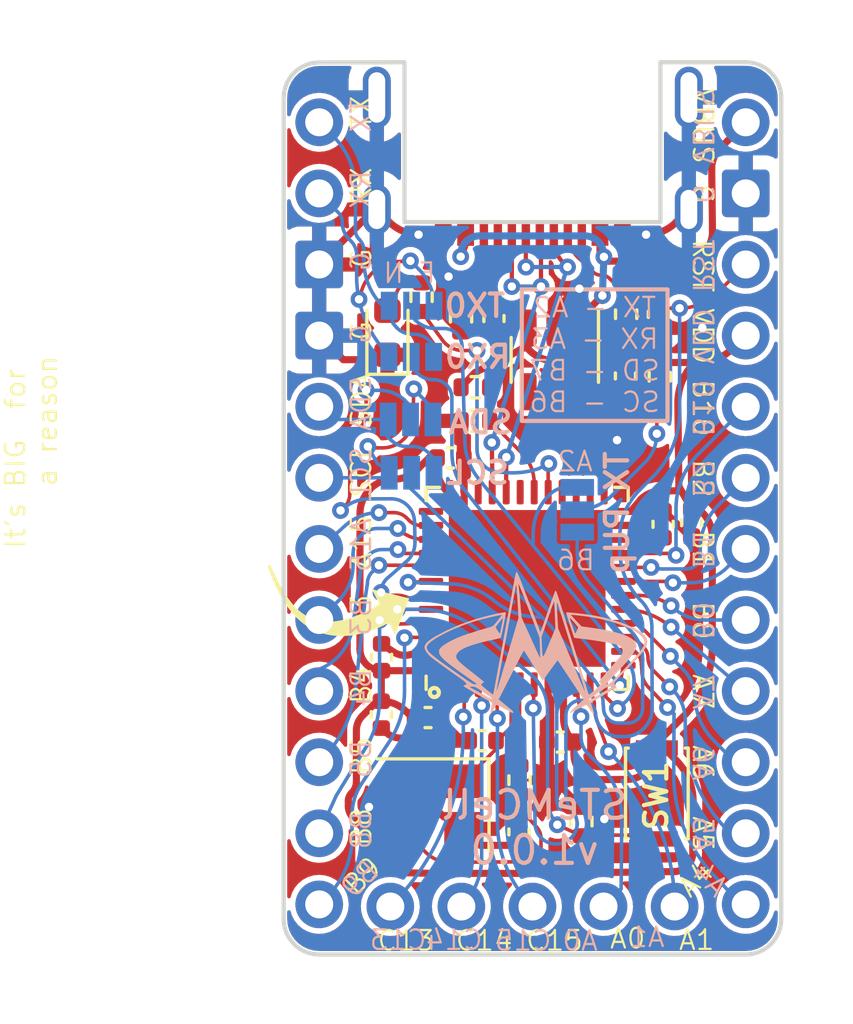
<source format=kicad_pcb>
(kicad_pcb (version 20211014) (generator pcbnew)
  (title_block (title "STeMCell") (date "2022-02-12") (rev "1.0.0"))
  (layers (0 "F.Cu" signal) (31 "B.Cu" signal) (34 "B.Paste" user) (35 "F.Paste" user) (36 "B.SilkS" user "B.Silkscreen") (37 "F.SilkS" user "F.Silkscreen") (38 "B.Mask" user) (39 "F.Mask" user) (44 "Edge.Cuts" user))
  (net 0 "")
  (net 1 "VBUS")
  (net 2 "GND")
  (net 3 "VDD")
  (net 4 "/NRST")
  (net 5 "/LED_R")
  (net 6 "/CC1")
  (net 9 "/CC2")
  (net 10 "/TX0")
  (net 11 "/RX0")
  (net 12 "/SDA")
  (net 13 "/SCL")
  (net 15 "/SWD")
  (net 17 "/SWC")
  (net 18 "/HSE_IN")
  (net 19 "/PA2")
  (net 20 "/PB7")
  (net 21 "/PB6")
  (net 22 "/PA3")
  (net 23 "/PA9")
  (net 24 "/BOOT0")
  (net 26 "/PB9")
  (net 27 "/PB8")
  (net 28 "/PA15")
  (net 29 "/PB5")
  (net 30 "/PB4")
  (net 31 "/PB3")
  (net 32 "/PA7")
  (net 33 "/PA6")
  (net 34 "/PA5")
  (net 35 "/PA4")
  (net 36 "/PB10")
  (net 37 "/PB2")
  (net 38 "/PB1")
  (net 39 "/PB0")
  (net 40 "/PC15")
  (net 41 "/PC14")
  (net 42 "/PC13")
  (net 46 "/PA0")
  (net 47 "/PA1")
  (net 48 "/PA8")
  (net 49 "/HSE_OUT_1")
  (net 50 "/VCAP1")
  (net 51 "/USB_DP")
  (net 52 "/USB_DN")
  (net 53 "/HSE_OUT")
  (net 54 "/TX_PULLUP")
  (footprint "stemcell:USB-C-C168688" (layer "F.Cu") (at 100.1144 48.372)
    (fp_text reference "J1")
    (fp_text value "USB C Connector")
  )
  (footprint "Capacitor_SMD:C_0402_1005Metric" (layer "F.Cu") (at 98.32 73.45 180)
    (fp_text reference "C10")
    (fp_text value "20p")
  )
  (footprint "Package_TO_SOT_SMD:SOT-23-5" (layer "F.Cu") (at 100.9 59.8475 -90)
    (fp_text reference "U2")
    (fp_text value "XC6220B331MR")
  )
  (footprint "stemcell:Pins5" (layer "F.Cu") (at 95.0214 79.375 90)
    (fp_text reference "J4" hide)
    (fp_text value "Down" hide)
  )
  (footprint "stemcell:Pins12" (layer "F.Cu") (at 92.4814 51.3588)
    (fp_text reference "J2" hide)
    (fp_text value "Left" hide)
  )
  (footprint "Resistor_SMD:R_0402_1005Metric" (layer "F.Cu") (at 98.06 60.825)
    (fp_text reference "R5")
    (fp_text value "4.7k")
  )
  (footprint "stemcell:arrow_4mm" (layer "F.Cu") (at 93.345 68.2752 20)
    (fp_text reference "G***")
    (fp_text value "LOGO" hide)
  )
  (footprint "Capacitor_SMD:C_0402_1005Metric" (layer "F.Cu") (at 94.71 70.47 90)
    (fp_text reference "C5")
    (fp_text value "100n")
  )
  (footprint "Resistor_SMD:R_0402_1005Metric" (layer "F.Cu") (at 98.065 62.025 180)
    (fp_text reference "R6")
    (fp_text value "10k")
  )
  (footprint "Capacitor_SMD:C_0402_1005Metric" (layer "F.Cu") (at 101.095 73.5 180)
    (fp_text reference "C8")
    (fp_text value "100n")
  )
  (footprint "Resistor_SMD:R_0402_1005Metric" (layer "F.Cu") (at 97.55 58.34 -90)
    (fp_text reference "R3")
    (fp_text value "5k1")
  )
  (footprint "Resistor_SMD:R_0402_1005Metric" (layer "F.Cu") (at 96.139 57.6072 90)
    (fp_text reference "R4")
    (fp_text value "2k2")
  )
  (footprint "Capacitor_SMD:C_0402_1005Metric" (layer "F.Cu") (at 96.37 72.625)
    (fp_text reference "C4")
    (fp_text value "100n")
  )
  (footprint "Capacitor_SMD:C_0402_1005Metric" (layer "F.Cu") (at 97.17 63.35)
    (fp_text reference "C6")
    (fp_text value "100n")
  )
  (footprint "stemcell:Pins12" (layer "F.Cu") (at 107.7214 51.3588)
    (fp_text reference "J3" hide)
    (fp_text value "Right" hide)
  )
  (footprint "Capacitor_SMD:C_0402_1005Metric" (layer "F.Cu") (at 98.725 58.37 -90)
    (fp_text reference "C1")
    (fp_text value "10u")
  )
  (footprint "Crystal:Crystal_SMD_3225-4Pin_3.2x2.5mm" (layer "F.Cu") (at 96.55 75.75 180)
    (fp_text reference "Y1")
    (fp_text value "HSE1 8Mhz 12pF")
  )
  (footprint "Capacitor_SMD:C_0402_1005Metric" (layer "F.Cu") (at 99.62 76.71 -90)
    (fp_text reference "C11")
    (fp_text value "20p")
  )
  (footprint "Resistor_SMD:R_0402_1005Metric" (layer "F.Cu") (at 99.64 74.86 90)
    (fp_text reference "R1")
    (fp_text value "220")
  )
  (footprint "Capacitor_SMD:C_0402_1005Metric" (layer "F.Cu") (at 104.6 58.22 -90)
    (fp_text reference "C12")
    (fp_text value "100n")
  )
  (footprint "Resistor_SMD:R_0402_1005Metric" (layer "F.Cu") (at 104.65 60.45 -90)
    (fp_text reference "R7")
    (fp_text value "10k")
  )
  (footprint "Capacitor_SMD:C_0402_1005Metric" (layer "F.Cu") (at 105.791 65.6616 -90)
    (fp_text reference "C9")
    (fp_text value "4.7u")
  )
  (footprint "Capacitor_SMD:C_0402_1005Metric" (layer "F.Cu") (at 103.425 60.42 -90)
    (fp_text reference "C2")
    (fp_text value "4.7u")
  )
  (footprint "Resistor_SMD:R_0402_1005Metric" (layer "F.Cu") (at 103.45 58.215 -90)
    (fp_text reference "R2")
    (fp_text value "5k1")
  )
  (footprint "LED_SMD:LED_0603_1608Metric" (layer "F.Cu") (at 94.9198 58.8773 90)
    (fp_text reference "D1")
    (fp_text value "LED" hide)
  )
  (footprint "Button_Switch_SMD:SW_SPST_CK_KXT3" (layer "F.Cu") (at 104.5464 75.3364 90)
    (fp_text reference "SW1")
    (fp_text value "Boot0")
  )
  (footprint "Capacitor_SMD:C_0402_1005Metric" (layer "F.Cu") (at 94.7 72.52 -90)
    (fp_text reference "C7")
    (fp_text value "100n")
  )
  (footprint "Capacitor_SMD:C_0402_1005Metric" (layer "F.Cu") (at 104.77 65.72 -90)
    (fp_text reference "C3")
    (fp_text value "4.7u")
  )
  (footprint "Package_DFN_QFN:QFN-48-1EP_7x7mm_P0.5mm_EP5.6x5.6mm" (layer "F.Cu") (at 99.9124 68.01 90)
    (fp_text reference "U1")
    (fp_text value "STM32F4x1CxUx")
  )
  (footprint "Resistor_SMD:R_0402_1005Metric" (layer "F.Cu") (at 101.85 76.34 90)
    (fp_text reference "R8")
    (fp_text value "10k")
  )
  (footprint "stemcell:SOLDER_JUMPER_3" (layer "B.Cu") (at 101.7016 65.2018 -90)
    (fp_text reference "JP5" hide)
    (fp_text value "TX PUp")
  )
  (footprint "stemcell:SOLDER_JUMPER_3" (layer "B.Cu") (at 95.7454 61.976 180)
    (fp_text reference "JP3" hide)
    (fp_text value "SDA")
  )
  (footprint "stemcell:SOLDER_JUMPER_3" (layer "B.Cu") (at 95.7834 57.912 180)
    (fp_text reference "JP1" hide)
    (fp_text value "TX0")
  )
  (footprint "stemcell:SOLDER_JUMPER_3" (layer "B.Cu") (at 95.77 59.74)
    (fp_text reference "JP2" hide)
    (fp_text value "RX0")
  )
  (footprint "stemcell:SOLDER_JUMPER_3" (layer "B.Cu") (at 95.7834 63.881)
    (fp_text reference "JP4" hide)
    (fp_text value "SCL")
  )
  (footprint "stemcell:meagamind_5mm_logo" (layer "B.Cu") (at 100.2284 69.9516 180)
    (fp_text reference "G***")
    (fp_text value "LOGO" hide)
  )
  (gr_rect (start 99.7204 62.0268) (end 104.9274 57.3278) (layer "B.SilkS") (width 0.15) (fill none))
  (gr_circle (center 96.5962 71.7296) (end 96.4692 71.8312) (layer "F.SilkS") (width 0.15) (fill none))
  (gr_arc (start 107.7214 49.2125) (mid 108.619426 49.584474) (end 108.9914 50.4825) (layer "Edge.Cuts") (width 0.15))
  (gr_line (start 92.4814 49.221526) (end 95.5294 49.2125) (layer "Edge.Cuts") (width 0.15))
  (gr_line (start 95.5294 54.9241) (end 104.6734 54.9241) (layer "Edge.Cuts") (width 0.15))
  (gr_line (start 91.2114 50.491526) (end 91.2114 79.8195) (layer "Edge.Cuts") (width 0.15))
  (gr_line (start 95.5294 49.2125) (end 95.5294 54.9241) (layer "Edge.Cuts") (width 0.15))
  (gr_arc (start 92.4814 81.0895) (mid 91.583373 80.717527) (end 91.2114 79.8195) (layer "Edge.Cuts") (width 0.15))
  (gr_arc (start 91.2114 50.491526) (mid 91.583374 49.5935) (end 92.4814 49.221526) (layer "Edge.Cuts") (width 0.15))
  (gr_arc (start 108.9914 79.8195) (mid 108.619426 80.717526) (end 107.7214 81.0895) (layer "Edge.Cuts") (width 0.15))
  (gr_line (start 92.4814 81.0895) (end 107.7214 81.0895) (layer "Edge.Cuts") (width 0.15))
  (gr_line (start 104.6734 54.9241) (end 104.6734 49.2125) (layer "Edge.Cuts") (width 0.15))
  (gr_line (start 108.9914 79.8195) (end 108.9914 50.4825) (layer "Edge.Cuts") (width 0.15))
  (gr_line (start 104.6734 49.2125) (end 107.7214 49.2125) (layer "Edge.Cuts") (width 0.15))
  (gr_text "STeMCell\nv1.0.0" (at 100.1776 76.5556) (layer "B.SilkS") (effects (font (size 1 1)) (justify mirror)))
  (gr_text "B4" (at 93.977319 71.5692 90) (layer "B.SilkS") (effects (font (size 0.7 0.7) (thickness 0.08)) (justify mirror)))
  (gr_text "B5" (at 93.977319 74.1092 90) (layer "B.SilkS") (effects (font (size 0.7 0.7) (thickness 0.08)) (justify mirror)))
  (gr_text "G" (at 93.977319 56.3292 90) (layer "B.SilkS") (effects (font (size 0.7 0.7) (thickness 0.08)) (justify mirror)))
  (gr_text "B6" (at 101.6508 67.0052) (layer "B.SilkS") (effects (font (size 0.7 0.7) (thickness 0.08)) (justify mirror)))
  (gr_text "A0" (at 101.8032 80.5942) (layer "B.SilkS") (effects (font (size 0.7 0.7) (thickness 0.08)) (justify mirror)))
  (gr_text "A15" (at 93.977319 66.4638 90) (layer "B.SilkS") (effects (font (size 0.7 0.7) (thickness 0.08)) (justify mirror)))
  (gr_text "B10" (at 106.1862 61.5692 270) (layer "B.SilkS") (effects (font (size 0.7 0.7) (thickness 0.08)) (justify mirror)))
  (gr_text "C13" (at 95.3008 80.5688) (layer "B.SilkS") (effects (font (size 0.7 0.7) (thickness 0.08)) (justify mirror)))
  (gr_text "RX" (at 93.977319 53.7638 90) (layer "B.SilkS") (effects (font (size 0.7 0.7) (thickness 0.08)) (justify mirror)))
  (gr_text "C14" (at 97.3074 80.5688) (layer "B.SilkS") (effects (font (size 0.7 0.7) (thickness 0.08)) (justify mirror)))
  (gr_text "VDD" (at 106.1862 59.0038 270) (layer "B.SilkS") (effects (font (size 0.7 0.7) (thickness 0.08)) (justify mirror)))
  (gr_text "TX - A2\nRX - A3\nSD - B7\nSC - B6" (at 102.3239 59.6646) (layer "B.SilkS") (effects (font (size 0.7 0.7) (thickness 0.08)) (justify mirror)))
  (gr_text "A1" (at 104.1908 80.4672) (layer "B.SilkS") (effects (font (size 0.7 0.7) (thickness 0.08)) (justify mirror)))
  (gr_text "RST" (at 106.1862 56.4892 270) (layer "B.SilkS") (effects (font (size 0.7 0.7) (thickness 0.08)) (justify mirror)))
  (gr_text "VBUS" (at 106.1862 51.4992 270) (layer "B.SilkS") (effects (font (size 0.7 0.7) (thickness 0.08)) (justify mirror)))
  (gr_text "B9" (at 93.9386 78.3992 45) (layer "B.SilkS") (effects (font (size 0.7 0.7) (thickness 0.08)) (justify mirror)))
  (gr_text "TX" (at 93.977319 51.1222 90) (layer "B.SilkS") (effects (font (size 0.7 0.7) (thickness 0.08)) (justify mirror)))
  (gr_text "G" (at 93.977319 58.92 90) (layer "B.SilkS") (effects (font (size 0.7 0.7) (thickness 0.08)) (justify mirror)))
  (gr_text "B0" (at 106.1862 69.1638 270) (layer "B.SilkS") (effects (font (size 0.7 0.7) (thickness 0.08)) (justify mirror)))
  (gr_text "SCL" (at 93.977319 63.9238 90) (layer "B.SilkS") (effects (font (size 0.7 0.7) (thickness 0.08)) (justify mirror)))
  (gr_text "A2" (at 101.6254 63.4746) (layer "B.SilkS") (effects (font (size 0.7 0.7) (thickness 0.08)) (justify mirror)))
  (gr_text "SDA" (at 93.977319 61.4092 90) (layer "B.SilkS") (effects (font (size 0.7 0.7) (thickness 0.08)) (justify mirror)))
  (gr_text "A7" (at 106.1862 71.7038 270) (layer "B.SilkS") (effects (font (size 0.7 0.7) (thickness 0.08)) (justify mirror)))
  (gr_text "C15" (at 99.7712 80.5942) (layer "B.SilkS") (effects (font (size 0.7 0.7) (thickness 0.08)) (justify mirror)))
  (gr_text "F N" (at 95.7072 56.7436) (layer "B.SilkS") (effects (font (size 0.7 0.7) (thickness 0.08)) (justify mirror)))
  (gr_text "B1" (at 106.1862 66.6238 270) (layer "B.SilkS") (effects (font (size 0.7 0.7) (thickness 0.08)) (justify mirror)))
  (gr_text "G" (at 106.1862 53.9238 270) (layer "B.SilkS") (effects (font (size 0.7 0.7) (thickness 0.08)) (justify mirror)))
  (gr_text "A6" (at 106.1862 74.2438 270) (layer "B.SilkS") (effects (font (size 0.7 0.7) (thickness 0.08)) (justify mirror)))
  (gr_text "B8" (at 93.977319 76.6492 90) (layer "B.SilkS") (effects (font (size 0.7 0.7) (thickness 0.08)) (justify mirror)))
  (gr_text "B3" (at 93.977319 69.0292 90) (layer "B.SilkS") (effects (font (size 0.7 0.7) (thickness 0.08)) (justify mirror)))
  (gr_text "B2" (at 106.1862 64.0838 270) (layer "B.SilkS") (effects (font (size 0.7 0.7) (thickness 0.08)) (justify mirror)))
  (gr_text "A5" (at 106.1862 76.7838 270) (layer "B.SilkS") (effects (font (size 0.7 0.7) (thickness 0.08)) (justify mirror)))
  (gr_text "A4" (at 106.4386 78.3992 315) (layer "B.SilkS") (effects (font (size 0.7 0.7) (thickness 0.08)) (justify mirror)))
  (gr_text "VBUS" (at 106.1886 51.4946 -90) (layer "F.SilkS") (effects (font (size 0.7 0.7) (thickness 0.08))))
  (gr_text "B4" (at 93.9886 71.4546 90) (layer "F.SilkS") (effects (font (size 0.7 0.7) (thickness 0.08))))
  (gr_text "It's BIG  for \n    a reason" (at 82.1886 63.0992 90) (layer "F.SilkS") (effects (font (size 0.7 0.7) (thickness 0.08))))
  (gr_text "B2" (at 106.1886 64.0792 -90) (layer "F.SilkS") (effects (font (size 0.7 0.7) (thickness 0.08))))
  (gr_text "C13" (at 95.5802 80.5942) (layer "F.SilkS") (effects (font (size 0.7 0.7) (thickness 0.08))))
  (gr_text "B9" (at 94.027319 78.2846 45) (layer "F.SilkS") (effects (font (size 0.7 0.7) (thickness 0.08))))
  (gr_text "SCL" (at 93.9886 63.8092 90) (layer "F.SilkS") (effects (font (size 0.7 0.7) (thickness 0.08))))
  (gr_text "A0" (at 103.505 80.518) (layer "F.SilkS") (effects (font (size 0.7 0.7) (thickness 0.08))))
  (gr_text "RST" (at 106.1886 56.4846 -90) (layer "F.SilkS") (effects (font (size 0.7 0.7) (thickness 0.08))))
  (gr_text "B0" (at 106.1886 69.1592 -90) (layer "F.SilkS") (effects (font (size 0.7 0.7) (thickness 0.08))))
  (gr_text "G" (at 93.9886 56.2146 90) (layer "F.SilkS") (effects (font (size 0.7 0.7) (thickness 0.08))))
  (gr_text "B3" (at 93.9886 68.9146 90) (layer "F.SilkS") (effects (font (size 0.7 0.7) (thickness 0.08))))
  (gr_text "B5" (at 93.9886 73.9946 90) (layer "F.SilkS") (effects (font (size 0.7 0.7) (thickness 0.08))))
  (gr_text "SDA" (at 93.9886 61.2946 90) (layer "F.SilkS") (effects (font (size 0.7 0.7) (thickness 0.08))))
  (gr_text "VDD" (at 106.1886 58.9992 -90) (layer "F.SilkS") (effects (font (size 0.7 0.7) (thickness 0.08))))
  (gr_text "B1" (at 106.1886 66.6192 -90) (layer "F.SilkS") (effects (font (size 0.7 0.7) (thickness 0.08))))
  (gr_text "C15" (at 100.8888 80.5942) (layer "F.SilkS") (effects (font (size 0.7 0.7) (thickness 0.08))))
  (gr_text "RX" (at 93.9886 53.6492 90) (layer "F.SilkS") (effects (font (size 0.7 0.7) (thickness 0.08))))
  (gr_text "G" (at 93.9886 58.8054 90) (layer "F.SilkS") (effects (font (size 0.7 0.7) (thickness 0.08))))
  (gr_text "B8" (at 93.9886 76.5346 90) (layer "F.SilkS") (effects (font (size 0.7 0.7) (thickness 0.08))))
  (gr_text "B10" (at 106.1886 61.5646 -90) (layer "F.SilkS") (effects (font (size 0.7 0.7) (thickness 0.08))))
  (gr_text "A4" (at 105.9362 78.3946 -315) (layer "F.SilkS") (effects (font (size 0.7 0.7) (thickness 0.08))))
  (gr_text "A1" (at 105.9688 80.5688) (layer "F.SilkS") (effects (font (size 0.7 0.7) (thickness 0.08))))
  (gr_text "A15" (at 93.9886 66.3492 90) (layer "F.SilkS") (effects (font (size 0.7 0.7) (thickness 0.08))))
  (gr_text "G" (at 106.1886 53.9192 -90) (layer "F.SilkS") (effects (font (size 0.7 0.7) (thickness 0.08))))
  (gr_text "A6" (at 106.1886 74.2392 -90) (layer "F.SilkS") (effects (font (size 0.7 0.7) (thickness 0.08))))
  (gr_text "A7" (at 106.1886 71.6992 -90) (layer "F.SilkS") (effects (font (size 0.7 0.7) (thickness 0.08))))
  (gr_text "C14" (at 98.3742 80.5942) (layer "F.SilkS") (effects (font (size 0.7 0.7) (thickness 0.08))))
  (gr_text "A5" (at 106.1886 76.7792 -90) (layer "F.SilkS") (effects (font (size 0.7 0.7) (thickness 0.08))))
  (gr_text "TX" (at 93.9886 51.0076 90) (layer "F.SilkS") (effects (font (size 0.7 0.7) (thickness 0.08))))
  (segment (start 99.95 58.71) (end 99.95 59.46) (width 0.254) (layer "F.Cu") (net 1))
  (segment (start 98.061091 60.291504) (end 98.298 60.1726) (width 0.254) (layer "F.Cu") (net 1))
  (segment (start 102.8084 56.32) (end 105.4862 56.3118) (width 0.254) (layer "F.Cu") (net 1))
  (segment (start 101.669542 59.570458) (end 101.85 59.39) (width 0.254) (layer "F.Cu") (net 1))
  (segment (start 99.695 59.4614) (end 99.8982 59.3852) (width 0.254) (layer "F.Cu") (net 1))
  (segment (start 101.85 58.71) (end 101.85 58.3) (width 0.254) (layer "F.Cu") (net 1))
  (segment (start 98.5266 60.071) (end 99.0346 59.8424) (width 0.254) (layer "F.Cu") (net 1))
  (segment (start 99.0346 59.8424) (end 99.695 59.4614) (width 0.254) (layer "F.Cu") (net 1))
  (segment (start 102.5144 56.026) (end 102.8084 56.32) (width 0.254) (layer "F.Cu") (net 1))
  (segment (start 101.85 58.3) (end 102.6 57.55) (width 0.254) (layer "F.Cu") (net 1))
  (segment (start 101.85 59.39) (end 101.85 58.71) (width 0.254) (layer "F.Cu") (net 1))
  (segment (start 99.95 59.46) (end 99.998986 59.508986) (width 0.254) (layer "F.Cu") (net 1))
  (segment (start 106.799237 52.300174) (end 107.7214 51.3588) (width 0.254) (layer "F.Cu") (net 1))
  (segment (start 98.725 57.89) (end 99.001491 57.89) (width 0.254) (layer "F.Cu") (net 1))
  (segment (start 98.298 60.1726) (end 98.5266 60.071) (width 0.254) (layer "F.Cu") (net 1))
  (segment (start 106.53473 55.26327) (end 106.507391 53.027839) (width 0.254) (layer "F.Cu") (net 1))
  (segment (start 100.894692 59.88) (end 100.92224 59.88) (width 0.254) (layer "F.Cu") (net 1))
  (segment (start 97.536 56.1594) (end 97.8014 55.459) (width 0.254) (layer "F.Cu") (net 1))
  (segment (start 102.5144 55.372) (end 102.5144 56.026) (width 0.254) (layer "F.Cu") (net 1))
  (segment (start 97.55 60.825) (end 98.031046 60.313378) (width 0.254) (layer "F.Cu") (net 1))
  (via (at 102.6542 56.1658) (size 0.6) (drill 0.3) (layers "F.Cu" "B.Cu") (net 1))
  (via (at 97.536 56.1594) (size 0.6) (drill 0.3) (layers "F.Cu" "B.Cu") (net 1))
  (via (at 102.6 57.55) (size 0.6) (drill 0.3) (layers "F.Cu" "B.Cu") (net 1))
  (arc (start 105.4862 56.3118) (mid 106.227624 56.004694) (end 106.53473 55.26327) (width 0.254) (layer "F.Cu") (net 1))
  (arc (start 106.799237 52.300174) (mid 106.580762 52.634908) (end 106.507391 53.027839) (width 0.254) (layer "F.Cu") (net 1))
  (arc (start 99.001491 57.89) (mid 99.528019 57.994733) (end 99.9744 58.293) (width 0.254) (layer "F.Cu") (net 1))
  (arc (start 101.669542 59.570458) (mid 101.326677 59.799553) (end 100.92224 59.88) (width 0.254) (layer "F.Cu") (net 1))
  (arc (start 100.894692 59.88) (mid 100.409939 59.783577) (end 99.998986 59.508986) (width 0.254) (layer "F.Cu") (net 1))
  (arc (start 98.031046 60.313378) (mid 98.045044 60.301033) (end 98.061091 60.291504) (width 0.254) (layer "F.Cu") (net 1))
  (segment (start 97.53075 56.090091) (end 97.536 56.1086) (width 0.254) (layer "B.Cu") (net 1))
  (segment (start 102.6 57.55) (end 102.6542 56.1658) (width 0.254) (layer "B.Cu") (net 1))
  (segment (start 98.201725 55.417475) (end 101.975675 55.417475) (width 0.254) (layer "B.Cu") (net 1))
  (arc (start 98.201725 55.417475) (mid 97.730985 55.61246) (end 97.536 56.0832) (width 0.254) (layer "B.Cu") (net 1))
  (arc (start 101.975675 55.417475) (mid 102.446415 55.61246) (end 102.6414 56.0832) (width 0.254) (layer "B.Cu") (net 1))
  (segment (start 97.65 62.12) (end 97.555 62.025) (width 0.254) (layer "F.Cu") (net 2))
  (segment (start 95.45 74.9) (end 95.66 74.9) (width 0.254) (layer "F.Cu") (net 2))
  (segment (start 96.85 72.625) (end 96.85 72.634758) (width 0.254) (layer "F.Cu") (net 2))
  (segment (start 97.65 63.35) (end 97.65 62.12) (width 0.254) (layer "F.Cu") (net 2))
  (segment (start 105.233006 54.928394) (end 105.6894 54.472) (width 0.254) (layer "F.Cu") (net 2))
  (segment (start 103.831494 65.748715) (end 104.790242 65.25) (width 0.254) (layer "F.Cu") (net 2))
  (segment (start 104.575 58.725) (end 104.6 58.7) (width 0.254) (layer "F.Cu") (net 2))
  (segment (start 100.6624 68.76) (end 99.9124 68.01) (width 0.254) (layer "F.Cu") (net 2))
  (segment (start 103.3499 65.76) (end 102.1624 65.76) (width 0.254) (layer "F.Cu") (net 2))
  (segment (start 103.3499 65.76) (end 103.785347 65.76) (width 0.254) (layer "F.Cu") (net 2))
  (segment (start 103.3144 55.372) (end 104.162 55.372) (width 0.254) (layer "F.Cu") (net 2))
  (segment (start 96.097305 73.3552) (end 95.376558 73.3552) (width 0.254) (layer "F.Cu") (net 2))
  (segment (start 96.9144 55.372) (end 96.032 55.372) (width 0.254) (layer "F.Cu") (net 2))
  (segment (start 100.756511 72.049908) (end 100.756511 73.358489) (width 0.254) (layer "F.Cu") (net 2))
  (segment (start 106.172 58.6994) (end 105.78498 58.7) (width 0.254) (layer "F.Cu") (net 2))
  (segment (start 96.85 72.634758) (end 96.583414 73.079752) (width 0.254) (layer "F.Cu") (net 2))
  (segment (start 96.012 70.3072) (end 95.717711 70.380757) (width 0.254) (layer "F.Cu") (net 2))
  (segment (start 97.6624 64.5725) (end 97.6624 65.76) (width 0.254) (layer "F.Cu") (net 2))
  (segment (start 95.38 74.9) (end 95.45 74.9) (width 0.254) (layer "F.Cu") (net 2))
  (segment (start 96.8756 57.0992) (end 97.1042 56.8706) (width 0.254) (layer "F.Cu") (net 2))
  (segment (start 100.756511 73.358489) (end 100.615 73.5) (width 0.254) (layer "F.Cu") (net 2))
  (segment (start 97.55 58.85) (end 98.725 58.85) (width 0.254) (layer "F.Cu") (net 2))
  (segment (start 97.65 64.5601) (end 97.6624 64.5725) (width 0.254) (layer "F.Cu") (net 2))
  (segment (start 97.55 58.85) (end 97.5088 58.85) (width 0.254) (layer "F.Cu") (net 2))
  (segment (start 94.5394 54.472) (end 94.4482 54.472) (width 0.254) (layer "F.Cu") (net 2))
  (segment (start 95.66 74.9) (end 96.94 76.18) (width 0.254) (layer "F.Cu") (net 2))
  (segment (start 94.4482 54.472) (end 92.4814 56.4388) (width 0.254) (layer "F.Cu") (net 2))
  (segment (start 99.62 77.19) (end 98.24 77.19) (width 0.254) (layer "F.Cu") (net 2))
  (segment (start 93.3426 59.84) (end 94.108539 59.84) (width 0.254) (layer "F.Cu") (net 2))
  (segment (start 96.8675 72.7275) (end 97.6925 73.5525) (width 0.254) (layer "F.Cu") (net 2))
  (segment (start 96.012 70.3072) (end 96.4749 70.26) (width 0.254) (layer "F.Cu") (net 2))
  (segment (start 101.389319 75.369319) (end 101.85 75.83) (width 0.254) (layer "F.Cu") (net 2))
  (segment (start 94.2594 75.819) (end 95.38 74.9) (width 0.254) (layer "F.Cu") (net 2))
  (segment (start 96.4749 70.26) (end 97.6624 70.26) (width 0.254) (layer "F.Cu") (net 2))
  (segment (start 105.78498 58.7) (end 104.6 58.7) (width 0.254) (layer "F.Cu") (net 2))
  (segment (start 104.790242 65.25) (end 104.809758 65.25) (width 0.254) (layer "F.Cu") (net 2))
  (segment (start 97.65 63.35) (end 97.65 64.5601) (width 0.254) (layer "F.Cu") (net 2))
  (segment (start 98.24 77.19) (end 97.65 76.6) (width 0.254) (layer "F.Cu") (net 2))
  (segment (start 102.1624 65.76) (end 99.9124 68.01) (width 0.254) (layer "F.Cu") (net 2))
  (segment (start 94.889567 73.169352) (end 94.7 73) (width 0.254) (layer "F.Cu") (net 2))
  (segment (start 103.45 58.725) (end 104.575 58.725) (width 0.254) (layer "F.Cu") (net 2))
  (segment (start 97.6624 70.26) (end 99.9124 68.01) (width 0.254) (layer "F.Cu") (net 2))
  (segment (start 105.6894 50.472) (end 105.6894 54.472) (width 0.254) (layer "F.Cu") (net 2))
  (segment (start 97.5088 58.85) (end 97.109676 58.450876) (width 0.254) (layer "F.Cu") (net 2))
  (segment (start 102.67 76.25) (end 101.85 75.83) (width 0.254) (layer "F.Cu") (net 2))
  (segment (start 92.4814 58.9788) (end 93.3426 59.84) (width 0.254) (layer "F.Cu") (net 2))
  (segment (start 94.959869 54.89812) (end 94.5394 54.472) (width 0.254) (layer "F.Cu") (net 2))
  (segment (start 97.6624 65.76) (end 99.9124 68.01) (width 0.254) (layer "F.Cu") (net 2))
  (segment (start 101.7778 57.3024) (end 101.721756 57.333719) (width 0.254) (layer "F.Cu") (net 2))
  (segment (start 96.8756 57.885767) (end 96.8756 57.0992) (width 0.254) (layer "F.Cu") (net 2))
  (segment (start 100.6624 71.4475) (end 100.6624 68.76) (width 0.254) (layer "F.Cu") (net 2))
  (segment (start 104.809758 65.25) (end 105.709758 66.15) (width 0.254) (layer "F.Cu") (net 2))
  (segment (start 94.71 69.99) (end 95.13336 70.277131) (width 0.254) (layer "F.Cu") (net 2))
  (via (at 102.67 76.25) (size 0.6) (drill 0.3) (layers "F.Cu" "B.Cu") (net 2))
  (via (at 103.124 62.7126) (size 0.6) (drill 0.3) (layers "F.Cu" "B.Cu") (net 2))
  (via (at 104.162 55.372) (size 0.6) (drill 0.3) (layers "F.Cu" "B.Cu") (net 2))
  (via (at 106.172 58.6994) (size 0.6) (drill 0.3) (layers "F.Cu" "B.Cu") (net 2))
  (via (at 101.7778 57.3024) (size 0.6) (drill 0.3) (layers "F.Cu" "B.Cu") (net 2))
  (via (at 96.032 55.372) (size 0.6) (drill 0.3) (layers "F.Cu" "B.Cu") (net 2))
  (via (at 97.1042 56.8706) (size 0.6) (drill 0.3) (layers "F.Cu" "B.Cu") (net 2))
  (via (at 94.2594 75.819) (size 0.6) (drill 0.3) (layers "F.Cu" "B.Cu") (net 2))
  (arc (start 105.233006 54.928394) (mid 104.741646 55.25671) (end 104.162 55.372) (width 0.254) (layer "F.Cu") (net 2))
  (arc (start 97.109676 58.450876) (mid 96.936435 58.191602) (end 96.8756 57.885767) (width 0.254) (layer "F.Cu") (net 2))
  (arc (start 100.615 73.5) (mid 100.816239 74.511644) (end 101.389319 75.369319) (width 0.254) (layer "F.Cu") (net 2))
  (arc (start 100.652001 71.8312) (mid 100.72935 71.946959) (end 100.756511 72.083507) (width 0.254) (layer "F.Cu") (net 2))
  (arc (start 95.717711 70.380757) (mid 95.41448 70.391286) (end 95.13336 70.277131) (width 0.254) (layer "F.Cu") (net 2))
  (arc (start 100.9 58.71) (mid 101.126741 57.911908) (end 101.721756 57.333719) (width 0.254) (layer "F.Cu") (net 2))
  (arc (start 96.097305 73.3552) (mid 96.376667 73.281552) (end 96.583414 73.079752) (width 0.254) (layer "F.Cu") (net 2))
  (arc (start 94.889567 73.169352) (mid 95.115934 73.30716) (end 95.376558 73.3552) (width 0.254) (layer "F.Cu") (net 2))
  (arc (start 96.032 55.372) (mid 95.450844 55.237004) (end 94.959869 54.89812) (width 0.254) (layer "F.Cu") (net 2))
  (arc (start 103.831494 65.748715) (mid 103.8091 65.757137) (end 103.785347 65.76) (width 0.254) (layer "F.Cu") (net 2))
  (arc (start 94.828017 59.541983) (mid 94.497918 59.762548) (end 94.108539 59.84) (width 0.254) (layer "F.Cu") (net 2))
  (segment (start 105.14887 57.023) (end 104.154565 57.015575) (width 0.254) (layer "B.Cu") (net 2))
  (segment (start 101.981 57.0738) (end 102.0318 56.545725) (width 0.254) (layer "B.Cu") (net 2))
  (segment (start 104.162 56.874021) (end 104.162 57.0264) (width 0.254) (layer "B.Cu") (net 2))
  (segment (start 97.1042 56.8706) (end 96.032 55.372) (width 0.254) (layer "B.Cu") (net 2))
  (segment (start 99.504496 72.466196) (end 99.5196 76.4056) (width 0.254) (layer "B.Cu") (net 2))
  (segment (start 101.366075 55.88) (end 98.95456 55.90924) (width 0.254) (layer "B.Cu") (net 2))
  (segment (start 104.162 56.874021) (end 104.162 55.372) (width 0.254) (layer "B.Cu") (net 2))
  (segment (start 94.235216 75.819) (end 95.0468 75.7936) (width 0.254) (layer "B.Cu") (net 2))
  (segment (start 92.4814 56.4388) (end 92.4814 58.9788) (width 0.254) (layer "B.Cu") (net 2))
  (segment (start 101.7778 57.3024) (end 101.981 57.0738) (width 0.254) (layer "B.Cu") (net 2))
  (segment (start 106.172 58.6994) (end 106.1974 58.07153) (width 0.254) (layer "B.Cu") (net 2))
  (segment (start 94.5394 50.472) (end 94.5394 54.472) (width 0.254) (layer "B.Cu") (net 2))
  (segment (start 98.04784 56.84136) (end 97.1042 56.8706) (width 0.254) (layer "B.Cu") (net 2))
  (segment (start 96.6192 74.2212) (end 96.7232 72.4662) (width 0.254) (layer "B.Cu") (net 2))
  (segment (start 102.6946 76.408) (end 102.67 76.25) (width 0.254) (layer "B.Cu") (net 2))
  (segment (start 101.7778 57.3024) (end 101.783979 57.62) (width 0.254) (layer "B.Cu") (net 2))
  (arc (start 106.1974 58.07153) (mid 105.890294 57.330106) (end 105.14887 57.023) (width 0.254) (layer "B.Cu") (net 2))
  (arc (start 99.504496 72.466196) (mid 99.099045 71.487351) (end 98.120196 71.0819) (width 0.254) (layer "B.Cu") (net 2))
  (arc (start 98.04784 56.84136) (mid 98.368415 56.708575) (end 98.5012 56.388) (width 0.254) (layer "B.Cu") (net 2))
  (arc (start 102.6414 58.547) (mid 103.244406 58.297228) (end 103.494178 57.694222) (width 0.254) (layer "B.Cu") (net 2))
  (arc (start 101.788622 57.694222) (mid 102.038394 58.297228) (end 102.6414 58.547) (width 0.254) (layer "B.Cu") (net 2))
  (arc (start 95.0468 75.7936) (mid 96.158656 75.333056) (end 96.6192 74.2212) (width 0.254) (layer "B.Cu") (net 2))
  (arc (start 96.7232 72.4662) (mid 97.12865 71.487354) (end 98.107501 71.0819) (width 0.254) (layer "B.Cu") (net 2))
  (arc (start 102.0318 56.545725) (mid 101.836815 56.074985) (end 101.366075 55.88) (width 0.254) (layer "B.Cu") (net 2))
  (arc (start 98.95456 55.90924) (mid 98.633985 56.042025) (end 98.5012 56.3626) (width 0.254) (layer "B.Cu") (net 2))
  (arc (start 99.5196 76.4056) (mid 99.980144 77.517456) (end 101.092 77.978) (width 0.254) (layer "B.Cu") (net 2))
  (arc (start 104.332378 57.023) (mid 103.729372 57.272772) (end 103.4796 57.875778) (width 0.254) (layer "B.Cu") (net 2))
  (arc (start 101.1222 77.9804) (mid 102.234056 77.519856) (end 102.6946 76.408) (width 0.254) (layer "B.Cu") (net 2))
  (segment (start 105.160197 78.127431) (end 100.2538 78.19002) (width 0.254) (layer "F.Cu") (net 3))
  (segment (start 95.988858 63.761449) (end 96.4 63.35) (width 0.254) (layer "F.Cu") (net 3))
  (segment (start 105.826611 77.207133) (end 105.83138 77.43313) (width 0.254) (layer "F.Cu") (net 3))
  (segment (start 96.4692 78.19002) (end 95.0214 78.1558) (width 0.254) (layer "F.Cu") (net 3))
  (segment (start 105.8672 59.9694) (end 105.840009 59.998803) (width 0.254) (layer "F.Cu") (net 3))
  (segment (start 94.71 70.95) (end 96.2849 70.95) (width 0.254) (layer "F.Cu") (net 3))
  (segment (start 94.7 71.1) (end 94.85 70.95) (width 0.254) (layer "F.Cu") (net 3))
  (segment (start 96.2849 70.95) (end 96.4749 70.76) (width 0.254) (layer "F.Cu") (net 3))
  (segment (start 93.7514 76.2762) (end 93.660778 76.168033) (width 0.254) (layer "F.Cu") (net 3))
  (segment (start 93.9546 76.4794) (end 93.7514 76.2762) (width 0.254) (layer "F.Cu") (net 3))
  (segment (start 101.85 60.985) (end 102.520225 60.314775) (width 0.254) (layer "F.Cu") (net 3))
  (segment (start 104.660841 73.575) (end 105.244759 74.158918) (width 0.254) (layer "F.Cu") (net 3))
  (segment (start 104.65 59.94) (end 103.425 59.94) (width 0.254) (layer "F.Cu") (net 3))
  (segment (start 104.5464 73.533) (end 105.485918 72.593482) (width 0.254) (layer "F.Cu") (net 3))
  (segment (start 105.29652 61.387015) (end 105.3338 64.3636) (width 0.254) (layer "F.Cu") (net 3))
  (segment (start 95.89 72.625) (end 95.805 72.625) (width 0.254) (layer "F.Cu") (net 3))
  (segment (start 104.4 73.91) (end 104.4 73.575) (width 0.254) (layer "F.Cu") (net 3))
  (segment (start 93.81 74.907205) (end 93.81 73.084108) (width 0.254) (layer "F.Cu") (net 3))
  (segment (start 105.47 64.61) (end 105.83 65.2) (width 0.254) (layer "F.Cu") (net 3))
  (segment (start 103.3499 65.26) (end 103.61 65.26) (width 0.254) (layer "F.Cu") (net 3))
  (segment (start 96.183494 71.916506) (end 96.291967 71.808033) (width 0.254) (layer "F.Cu") (net 3))
  (segment (start 97.1624 64.5725) (end 97.0725 64.5725) (width 0.254) (layer "F.Cu") (net 3))
  (segment (start 94.7 72.04) (end 94.7 71.1) (width 0.254) (layer "F.Cu") (net 3))
  (segment (start 105.3338 64.3636) (end 105.791 65.1816) (width 0.254) (layer "F.Cu") (net 3))
  (segment (start 102.508077 74.843401) (end 103.500789 74.833267) (width 0.254) (layer "F.Cu") (net 3))
  (segment (start 107.291099 59.409101) (end 107.7214 58.9788) (width 0.254) (layer "F.Cu") (net 3))
  (segment (start 104.65 59.94) (end 106.009395 59.94) (width 0.254) (layer "F.Cu") (net 3))
  (segment (start 95.0214 78.1558) (end 94.61512 78.164374) (width 0.254) (layer "F.Cu") (net 3))
  (segment (start 105.7978 65.2) (end 106.1398 65.278) (width 0.254) (layer "F.Cu") (net 3))
  (segment (start 105.8418 75.608692) (end 105.839899 77.1652) (width 0.254) (layer "F.Cu") (net 3))
  (segment (start 104.4 73.575) (end 104.635 73.575) (width 0.254) (layer "F.Cu") (net 3))
  (segment (start 100.2538 78.19002) (end 96.4692 78.19002) (width 0.254) (layer "F.Cu") (net 3))
  (segment (start 101.1624 71.4475) (end 101.210031 71.495131) (width 0.254) (layer "F.Cu") (net 3))
  (segment (start 95.805 72.625) (end 95.587671 72.407671) (width 0.254) (layer "F.Cu") (net 3))
  (segment (start 94.101015 77.664549) (end 94.095378 76.866642) (width 0.254) (layer "F.Cu") (net 3))
  (segment (start 104.5464 73.7114) (end 104.5464 73.533) (width 0.254) (layer "F.Cu") (net 3))
  (segment (start 96.4 63.35) (end 96.69 63.35) (width 0.254) (layer "F.Cu") (net 3))
  (segment (start 93.936817 70.1614) (end 93.938372 65.341733) (width 0.254) (layer "F.Cu") (net 3))
  (segment (start 101.210031 71.495131) (end 101.210031 72.61888) (width 0.254) (layer "F.Cu") (net 3))
  (segment (start 104.618088 64.5414) (end 105.41 64.516) (width 0.254) (layer "F.Cu") (net 3))
  (segment (start 101.575 73.5) (end 101.58481 73.94419) (width 0.254) (layer "F.Cu") (net 3))
  (segment (start 96.69 63.649064) (end 96.69 63.35) (width 0.254) (layer "F.Cu") (net 3))
  (segment (start 94.025037 72.564963) (end 94.55 72.04) (width 0.254) (layer "F.Cu") (net 3))
  (segment (start 103.61 65.26) (end 103.985342 64.815882) (width 0.254) (layer "F.Cu") (net 3))
  (segment (start 93.52 75.780791) (end 93.52 75.607303) (width 0.254) (layer "F.Cu") (net 3))
  (segment (start 106.5276 70.0786) (end 106.5276 66.0654) (width 0.254) (layer "F.Cu") (net 3))
  (arc (start 107.291099 59.409101) (mid 106.703048 59.802024) (end 106.009395 59.94) (width 0.254) (layer "F.Cu") (net 3))
  (arc (start 96.183494 71.916506) (mid 95.966276 72.241596) (end 95.89 72.625) (width 0.254) (layer "F.Cu") (net 3))
  (arc (start 96.69 63.649064) (mid 96.789408 64.148824) (end 97.0725 64.5725) (width 0.254) (layer "F.Cu") (net 3))
  (arc (start 105.840009 59.998803) (mid 105.437234 60.64161) (end 105.29652 61.387015) (width 0.254) (layer "F.Cu") (net 3))
  (arc (start 93.52 75.607303) (mid 93.550745 75.452736) (end 93.638318 75.321682) (width 0.254) (layer "F.Cu") (net 3))
  (arc (start 94.300221 64.457751) (mid 94.685848 64.200071) (end 95.140679 64.1096) (width 0.254) (layer "F.Cu") (net 3))
  (arc (start 103.985342 64.815882) (mid 104.289372 64.612736) (end 104.648 64.5414) (width 0.254) (layer "F.Cu") (net 3))
  (arc (start 103.500789 74.833267) (mid 104.143756 74.559944) (end 104.4 73.91) (width 0.254) (layer "F.Cu") (net 3))
  (arc (start 101.58481 73.94419) (mid 101.858133 74.587157) (end 102.508077 74.843401) (width 0.254) (layer "F.Cu") (net 3))
  (arc (start 94.71 70.95) (mid 94.16011 70.715804) (end 93.936817 70.1614) (width 0.254) (layer "F.Cu") (net 3))
  (arc (start 105.83138 77.43313) (mid 105.640432 77.920107) (end 105.160197 78.127431) (width 0.254) (layer "F.Cu") (net 3))
  (arc (start 105.241705 74.158918) (mid 105.68632 74.824772) (end 105.8418 75.610182) (width 0.254) (layer "F.Cu") (net 3))
  (arc (start 101.210031 72.61888) (mid 101.304884 73.095741) (end 101.575 73.5) (width 0.254) (layer "F.Cu") (net 3))
  (arc (start 95.587671 72.407671) (mid 95.18042 72.135554) (end 94.7 72.04) (width 0.254) (layer "F.Cu") (net 3))
  (arc (start 93.938372 65.341733) (mid 94.032413 64.868954) (end 94.300221 64.468151) (width 0.254) (layer "F.Cu") (net 3))
  (arc (start 93.660778 76.168033) (mid 93.556287 75.98681) (end 93.52 75.780791) (width 0.254) (layer "F.Cu") (net 3))
  (arc (start 106.172 65.301142) (mid 106.42968 65.686769) (end 106.520151 66.1416) (width 0.254) (layer "F.Cu") (net 3))
  (arc (start 93.638318 75.321682) (mid 93.765381 75.131518) (end 93.81 74.907205) (width 0.254) (layer "F.Cu") (net 3))
  (arc (start 94.61512 78.164374) (mid 94.253522 78.021994) (end 94.101015 77.664549) (width 0.254) (layer "F.Cu") (net 3))
  (arc (start 106.5276 70.0786) (mid 106.256876 71.439661) (end 105.485918 72.593482) (width 0.254) (layer "F.Cu") (net 3))
  (arc (start 97.1624 71.4475) (mid 96.691312 71.5412) (end 96.291967 71.808033) (width 0.254) (layer "F.Cu") (net 3))
  (arc (start 102.520225 60.314775) (mid 102.935344 60.037401) (end 103.425 59.94) (width 0.254) (layer "F.Cu") (net 3))
  (arc (start 94.095378 76.866642) (mid 94.059091 76.660623) (end 93.9546 76.4794) (width 0.254) (layer "F.Cu") (net 3))
  (arc (start 93.81 73.084108) (mid 93.865886 72.803149) (end 94.025037 72.564963) (width 0.254) (layer "F.Cu") (net 3))
  (arc (start 95.988858 63.761449) (mid 95.603231 64.019129) (end 95.1484 64.1096) (width 0.254) (layer "F.Cu") (net 3))
  (segment (start 100.13 72.2884) (end 100.1624 71.4475) (width 0.127) (layer "F.Cu") (net 4))
  (segment (start 104.86 58) (end 104.6 57.74) (width 0.127) (layer "F.Cu") (net 4))
  (segment (start 106.72601 57.43419) (end 107.7214 56.4388) (width 0.127) (layer "F.Cu") (net 4))
  (segment (start 105.36 58) (end 104.86 58) (width 0.127) (layer "F.Cu") (net 4))
  (via (at 105.36 58) (size 0.6) (drill 0.3) (layers "F.Cu" "B.Cu") (net 4))
  (via (at 100.13 72.2884) (size 0.6) (drill 0.3) (layers "F.Cu" "B.Cu") (net 4))
  (arc (start 106.72601 57.43419) (mid 106.099289 57.852951) (end 105.36 58) (width 0.127) (layer "F.Cu") (net 4))
  (segment (start 103.22 66.623617) (end 103.22 66.206296) (width 0.127) (layer "B.Cu") (net 4))
  (segment (start 105.3592 61.695567) (end 105.3592 59.4868) (width 0.127) (layer "B.Cu") (net 4))
  (segment (start 103.3526 73.3044) (end 103.21598 73.304399) (width 0.127) (layer "B.Cu") (net 4))
  (segment (start 105.3592 59.4868) (end 105.36 58) (width 0.127) (layer "B.Cu") (net 4))
  (segment (start 101.2952 75.276118) (end 101.294982 75.357663) (width 0.127) (layer "B.Cu") (net 4))
  (segment (start 101.294982 75.357663) (end 101.2952 72.5424) (width 0.127) (layer "B.Cu") (net 4))
  (segment (start 104.378404 72.303996) (end 104.370179 69.396569) (width 0.127) (layer "B.Cu") (net 4))
  (segment (start 100.13 72.2884) (end 100.1946 76.3948) (width 0.127) (layer "B.Cu") (net 4))
  (segment (start 103.926326 64.501074) (end 104.388603 64.038797) (width 0.127) (layer "B.Cu") (net 4))
  (arc (start 101.4476 75.8444) (mid 101.635749 76.125985) (end 101.701818 76.458137) (width 0.127) (layer "B.Cu") (net 4))
  (arc (start 103.378 73.3044) (mid 104.08539 73.011386) (end 104.378404 72.303996) (width 0.127) (layer "B.Cu") (net 4))
  (arc (start 104.388603 64.038797) (mid 105.10695 62.963714) (end 105.3592 61.695567) (width 0.127) (layer "B.Cu") (net 4))
  (arc (start 101.8286 72.009) (mid 102.205771 72.165229) (end 102.362 72.5424) (width 0.127) (layer "B.Cu") (net 4))
  (arc (start 103.22 66.623617) (mid 103.41597 67.608827) (end 103.974047 68.444047) (width 0.127) (layer "B.Cu") (net 4))
  (arc (start 101.5492 75.9714) (mid 101.361051 75.689815) (end 101.294982 75.357663) (width 0.127) (layer "B.Cu") (net 4))
  (arc (start 102.352197 72.440616) (mid 102.605195 73.051401) (end 103.21598 73.304399) (width 0.127) (layer "B.Cu") (net 4))
  (arc (start 100.1946 76.3948) (mid 100.412804 76.921596) (end 100.9396 77.1398) (width 0.127) (layer "B.Cu") (net 4))
  (arc (start 101.7016 76.3948) (mid 101.483396 76.921596) (end 100.9566 77.1398) (width 0.127) (layer "B.Cu") (net 4))
  (arc (start 101.2952 72.5424) (mid 101.451429 72.165229) (end 101.8286 72.009) (width 0.127) (layer "B.Cu") (net 4))
  (arc (start 101.298671 75.294424) (mid 101.296076 75.285434) (end 101.2952 75.276118) (width 0.127) (layer "B.Cu") (net 4))
  (arc (start 103.974047 68.444047) (mid 104.266501 68.881061) (end 104.370179 69.396569) (width 0.127) (layer "B.Cu") (net 4))
  (arc (start 103.22 66.206296) (mid 103.403568 65.283437) (end 103.926326 64.501074) (width 0.127) (layer "B.Cu") (net 4))
  (segment (start 95.789663 57.077759) (end 96.3675 57.0875) (width 0.127) (layer "F.Cu") (net 5))
  (segment (start 95.2246 58.1406) (end 95.2246 57.593071) (width 0.127) (layer "F.Cu") (net 5))
  (arc (start 95.382193 57.23313) (mid 95.570947 57.116139) (end 95.789663 57.077759) (width 0.127) (layer "F.Cu") (net 5))
  (arc (start 95.2246 57.593071) (mid 95.265725 57.396607) (end 95.382193 57.23313) (width 0.127) (layer "F.Cu") (net 5))
  (segment (start 101.7016 56.1594) (end 102.3112 56.7436) (width 0.127) (layer "F.Cu") (net 6))
  (segment (start 102.857322 56.940801) (end 103.45 57.53) (width 0.127) (layer "F.Cu") (net 6))
  (segment (start 103.45 57.53) (end 103.45 57.705) (width 0.127) (layer "F.Cu") (net 6))
  (arc (start 101.383199 55.354791) (mid 101.47255 55.803989) (end 101.727 56.1848) (width 0.127) (layer "F.Cu") (net 6))
  (arc (start 102.5652 56.8198) (mid 102.723295 56.851247) (end 102.857322 56.940801) (width 0.127) (layer "F.Cu") (net 6))
  (arc (start 102.552522 56.8198) (mid 102.394427 56.788353) (end 102.2604 56.698799) (width 0.127) (layer "F.Cu") (net 6))
  (segment (start 98.3644 55.372) (end 98.287191 55.86187) (width 0.127) (layer "F.Cu") (net 9))
  (arc (start 97.55 57.83) (mid 98.018373 56.883262) (end 98.287191 55.86187) (width 0.127) (layer "F.Cu") (net 9))
  (segment (start 94.742 57.912) (end 94.9834 57.912) (width 0.127) (layer "B.Cu") (net 10))
  (segment (start 95.808803 58.927804) (end 95.859679 58.928) (width 0.127) (layer "B.Cu") (net 10))
  (segment (start 92.4814 51.3588) (end 92.994856 51.872256) (width 0.127) (layer "B.Cu") (net 10))
  (segment (start 95.123 58.547) (end 95.244985 58.689966) (width 0.127) (layer "B.Cu") (net 10))
  (segment (start 96.423497 59.165838) (end 96.491601 59.235733) (width 0.127) (layer "B.Cu") (net 10))
  (segment (start 94.08 55.958503) (end 94.08 56.313754) (width 0.127) (layer "B.Cu") (net 10))
  (segment (start 93.77638 53.759022) (end 93.77638 55.225503) (width 0.127) (layer "B.Cu") (net 10))
  (segment (start 96.4946 59.2328) (end 96.57 59.74) (width 0.127) (layer "B.Cu") (net 10))
  (segment (start 94.9834 57.912) (end 95.117985 58.537566) (width 0.127) (layer "B.Cu") (net 10))
  (arc (start 95.859679 58.928) (mid 96.165644 58.989892) (end 96.423497 59.165838) (width 0.127) (layer "B.Cu") (net 10))
  (arc (start 92.994856 51.872256) (mid 93.573269 52.737912) (end 93.77638 53.759022) (width 0.127) (layer "B.Cu") (net 10))
  (arc (start 94.08 56.313754) (mid 94.252055 57.178733) (end 94.742 57.912) (width 0.127) (layer "B.Cu") (net 10))
  (arc (start 93.901794 55.52828) (mid 93.808974 55.389365) (end 93.77638 55.225503) (width 0.127) (layer "B.Cu") (net 10))
  (arc (start 93.901794 55.52828) (mid 94.033686 55.725669) (end 94.08 55.958503) (width 0.127) (layer "B.Cu") (net 10))
  (arc (start 95.244985 58.689966) (mid 95.502838 58.865912) (end 95.808803 58.927804) (width 0.127) (layer "B.Cu") (net 10))
  (segment (start 93.9038 57.6834) (end 93.98713 57.402161) (width 0.127) (layer "F.Cu") (net 11))
  (segment (start 95.260889 56.335911) (end 95.74 56.31) (width 0.127) (layer "F.Cu") (net 11))
  (via (at 95.74 56.31) (size 0.6) (drill 0.3) (layers "F.Cu" "B.Cu") (net 11))
  (via (at 93.9038 57.6834) (size 0.6) (drill 0.3) (layers "F.Cu" "B.Cu") (net 11))
  (arc (start 93.98713 57.402161) (mid 94.153849 57.026101) (end 94.411151 56.705147) (width 0.127) (layer "F.Cu") (net 11))
  (arc (start 94.411151 56.705147) (mid 94.802823 56.444116) (end 95.260889 56.335911) (width 0.127) (layer "F.Cu") (net 11))
  (segment (start 93.152832 54.570232) (end 92.4814 53.8988) (width 0.127) (layer "B.Cu") (net 11))
  (segment (start 93.554214 55.539232) (end 93.610536 55.595554) (width 0.127) (layer "B.Cu") (net 11))
  (segment (start 95.74 56.31) (end 96.046974 56.616974) (width 0.127) (layer "B.Cu") (net 11))
  (segment (start 93.82 56.101244) (end 93.82 56.88131) (width 0.127) (layer "B.Cu") (net 11))
  (arc (start 93.610536 55.595554) (mid 93.765562 55.827567) (end 93.82 56.101244) (width 0.127) (layer "B.Cu") (net 11))
  (arc (start 94.9834 59.69) (mid 94.122358 58.40136) (end 93.82 56.88131) (width 0.127) (layer "B.Cu") (net 11))
  (arc (start 93.554214 55.539232) (mid 93.369756 55.263171) (end 93.304982 54.937534) (width 0.127) (layer "B.Cu") (net 11))
  (arc (start 96.5834 57.912) (mid 96.443988 57.211145) (end 96.046974 56.616974) (width 0.127) (layer "B.Cu") (net 11))
  (arc (start 93.304982 54.937534) (mid 93.265439 54.738763) (end 93.152832 54.570232) (width 0.127) (layer "B.Cu") (net 11))
  (segment (start 94.9454 61.976) (end 92.9386 61.976) (width 0.127) (layer "B.Cu") (net 12))
  (segment (start 95.037562 62.703362) (end 94.9198 62.5856) (width 0.127) (layer "B.Cu") (net 12))
  (segment (start 92.9386 61.976) (end 92.4814 61.5188) (width 0.127) (layer "B.Cu") (net 12))
  (segment (start 96.5834 63.3734) (end 96.5834 63.881) (width 0.127) (layer "B.Cu") (net 12))
  (segment (start 95.041782 62.703362) (end 95.037562 62.703362) (width 0.127) (layer "B.Cu") (net 12))
  (segment (start 94.9454 61.976) (end 94.9454 62.4854) (width 0.127) (layer "B.Cu") (net 12))
  (segment (start 95.605796 62.941396) (end 95.6056 62.9412) (width 0.127) (layer "B.Cu") (net 12))
  (segment (start 95.834197 62.941396) (end 95.605796 62.941396) (width 0.127) (layer "B.Cu") (net 12))
  (segment (start 96.398015 63.179234) (end 96.5834 63.3734) (width 0.127) (layer "B.Cu") (net 12))
  (segment (start 94.9198 62.0016) (end 94.9454 61.976) (width 0.127) (layer "B.Cu") (net 12))
  (segment (start 94.9198 62.5856) (end 94.9198 62.0016) (width 0.127) (layer "B.Cu") (net 12))
  (arc (start 95.041782 62.703362) (mid 95.299635 62.879308) (end 95.6056 62.9412) (width 0.127) (layer "B.Cu") (net 12))
  (arc (start 95.834197 62.941396) (mid 96.140162 63.003288) (end 96.398015 63.179234) (width 0.127) (layer "B.Cu") (net 12))
  (segment (start 95.8596 60.8838) (end 95.834735 61.9157) (width 0.127) (layer "F.Cu") (net 13))
  (segment (start 94.27 62.99) (end 94.7322 62.990597) (width 0.127) (layer "F.Cu") (net 13))
  (segment (start 94.27 62.99) (end 94.22 62.94) (width 0.127) (layer "F.Cu") (net 13))
  (via (at 95.8596 60.8838) (size 0.6) (drill 0.3) (layers "F.Cu" "B.Cu") (net 13))
  (via (at 94.22 62.94) (size 0.6) (drill 0.3) (layers "F.Cu" "B.Cu") (net 13))
  (arc (start 94.7322 62.990597) (mid 95.502505 62.677818) (end 95.834735 61.9157) (width 0.127) (layer "F.Cu") (net 13))
  (segment (start 96.5454 61.5954) (end 96.5454 61.976) (width 0.127) (layer "B.Cu") (net 13))
  (segment (start 94.749523 63.628843) (end 94.860356 63.628853) (width 0.127) (layer "B.Cu") (net 13))
  (segment (start 94.4626 63.373) (end 94.566371 63.55297) (width 0.127) (layer "B.Cu") (net 13))
  (segment (start 94.22 62.94) (end 94.4626 63.373) (width 0.127) (layer "B.Cu") (net 13))
  (segment (start 92.4814 64.0588) (end 94.8056 64.0588) (width 0.127) (layer "B.Cu") (net 13))
  (segment (start 95.8596 60.8838) (end 96.5454 61.5954) (width 0.127) (layer "B.Cu") (net 13))
  (arc (start 94.566371 63.55297) (mid 94.650402 63.60912) (end 94.749523 63.628843) (width 0.127) (layer "B.Cu") (net 13))
  (segment (start 98.84 73.46) (end 99.27163 73.02837) (width 0.127) (layer "F.Cu") (net 18))
  (segment (start 99.34 72.86331) (end 99.345587 72.188748) (width 0.127) (layer "F.Cu") (net 18))
  (segment (start 97.65 74.9) (end 98.8 73.75) (width 0.127) (layer "F.Cu") (net 18))
  (segment (start 98.8 73.75) (end 98.8 73.45) (width 0.127) (layer "F.Cu") (net 18))
  (arc (start 99.187 71.8058) (mid 99.304373 71.98146) (end 99.345587 72.188748) (width 0.127) (layer "F.Cu") (net 18))
  (arc (start 99.27163 73.02837) (mid 99.322231 72.95264) (end 99.34 72.86331) (width 0.127) (layer "F.Cu") (net 18))
  (segment (start 102.6624 71.8224) (end 103.14 72.3) (width 0.127) (layer "F.Cu") (net 19))
  (segment (start 102.6624 71.4475) (end 102.6624 71.8224) (width 0.127) (layer "F.Cu") (net 19))
  (via (at 103.14 72.3) (size 0.6) (drill 0.3) (layers "F.Cu" "B.Cu") (net 19))
  (segment (start 103.448346 70.534233) (end 98.171 64.088656) (width 0.127) (layer "B.Cu") (net 19))
  (segment (start 103.14 72.3) (end 103.382158 72.098392) (width 0.127) (layer "B.Cu") (net 19))
  (segment (start 101.327478 64.4018) (end 101.7016 64.4018) (width 0.127) (layer "B.Cu") (net 19))
  (segment (start 95.7834 58.2934) (end 95.7834 57.912) (width 0.127) (layer "B.Cu") (net 19))
  (segment (start 96.935278 58.7248) (end 96.637749 58.7248) (width 0.127) (layer "B.Cu") (net 19))
  (segment (start 97.684771 62.738) (end 97.5868 59.376322) (width 0.127) (layer "B.Cu") (net 19))
  (segment (start 100.1268 66.4718) (end 100.1268 66.052982) (width 0.127) (layer "B.Cu") (net 19))
  (segment (start 95.915731 58.425731) (end 95.7834 58.2934) (width 0.127) (layer "B.Cu") (net 19))
  (segment (start 100.69174 64.685625) (end 100.725436 64.651808) (width 0.127) (layer "B.Cu") (net 19))
  (arc (start 103.7336 71.348497) (mid 103.660223 70.917105) (end 103.448346 70.534233) (width 0.127) (layer "B.Cu") (net 19))
  (arc (start 100.725436 64.651808) (mid 101.001534 64.466787) (end 101.327478 64.4018) (width 0.127) (layer "B.Cu") (net 19))
  (arc (start 103.382158 72.098392) (mid 103.641383 71.76258) (end 103.7336 71.348497) (width 0.127) (layer "B.Cu") (net 19))
  (arc (start 97.5868 59.376322) (mid 97.395974 58.915626) (end 96.935278 58.7248) (width 0.127) (layer "B.Cu") (net 19))
  (arc (start 100.1268 66.052982) (mid 100.273597 65.313249) (end 100.69174 64.685625) (width 0.127) (layer "B.Cu") (net 19))
  (arc (start 96.637749 58.7248) (mid 96.246996 58.647075) (end 95.915731 58.425731) (width 0.127) (layer "B.Cu") (net 19))
  (arc (start 98.171 64.088656) (mid 97.816908 63.453279) (end 97.684771 62.738) (width 0.127) (layer "B.Cu") (net 19))
  (segment (start 93.752625 62.457375) (end 93.932637 62.277363) (width 0.127) (layer "F.Cu") (net 20))
  (segment (start 93.2434 65.2272) (end 93.3704 65.1256) (width 0.127) (layer "F.Cu") (net 20))
  (segment (start 96.4749 68.26) (end 95.873268 68.354666) (width 0.127) (layer "F.Cu") (net 20))
  (segment (start 94.1578 61.733772) (end 94.1578 60.9346) (width 0.127) (layer "F.Cu") (net 20))
  (segment (start 95.239956 68.255228) (end 94.805235 68.267789) (width 0.127) (layer "F.Cu") (net 20))
  (segment (start 93.5736 64.634993) (end 93.5736 62.889579) (width 0.127) (layer "F.Cu") (net 20))
  (segment (start 94.805235 68.267789) (end 94.6912 68.153754) (width 0.127) (layer "F.Cu") (net 20))
  (via (at 94.6912 68.153754) (size 0.6) (drill 0.3) (layers "F.Cu" "B.Cu") (net 20))
  (via (at 94.1578 60.9346) (size 0.6) (drill 0.3) (layers "F.Cu" "B.Cu") (net 20))
  (via (at 93.2434 65.2272) (size 0.6) (drill 0.3) (layers "F.Cu" "B.Cu") (net 20))
  (arc (start 95.873268 68.354666) (mid 95.73495 68.357205) (end 95.601155 68.322031) (width 0.127) (layer "F.Cu") (net 20))
  (arc (start 95.239956 68.255228) (mid 95.424162 68.269445) (end 95.601155 68.322031) (width 0.127) (layer "F.Cu") (net 20))
  (arc (start 93.3704 65.1256) (mid 93.520783 64.900521) (end 93.5736 64.634993) (width 0.127) (layer "F.Cu") (net 20))
  (arc (start 93.932637 62.277363) (mid 94.099282 62.027961) (end 94.1578 61.733772) (width 0.127) (layer "F.Cu") (net 20))
  (arc (start 93.752625 62.457375) (mid 93.620127 62.655672) (end 93.5736 62.889579) (width 0.127) (layer "F.Cu") (net 20))
  (segment (start 93.2434 65.2272) (end 93.384371 65.117835) (width 0.127) (layer "B.Cu") (net 20))
  (segment (start 95.561981 61.312559) (end 95.7454 61.495978) (width 0.127) (layer "B.Cu") (net 20))
  (segment (start 94.1578 60.9346) (end 94.649506 60.9346) (width 0.127) (layer "B.Cu") (net 20))
  (segment (start 95.903073 66.358989) (end 95.891131 65.678269) (width 0.127) (layer "B.Cu") (net 20))
  (segment (start 94.273315 64.811853) (end 95.045081 64.809381) (width 0.127) (layer "B.Cu") (net 20))
  (segment (start 95.891131 65.678269) (end 95.885 65.6336) (width 0.127) (layer "B.Cu") (net 20))
  (segment (start 95.7454 61.495978) (end 95.7454 61.976) (width 0.127) (layer "B.Cu") (net 20))
  (segment (start 94.924765 67.639031) (end 95.596067 67.051641) (width 0.127) (layer "B.Cu") (net 20))
  (arc (start 95.903073 66.358989) (mid 95.826062 66.739219) (end 95.596067 67.051641) (width 0.127) (layer "B.Cu") (net 20))
  (arc (start 95.885 65.6336) (mid 95.635744 65.047537) (end 95.045081 64.809381) (width 0.127) (layer "B.Cu") (net 20))
  (arc (start 95.561981 61.312559) (mid 95.143334 61.032828) (end 94.649506 60.9346) (width 0.127) (layer "B.Cu") (net 20))
  (arc (start 93.384371 65.117835) (mid 93.803501 64.891221) (end 94.273315 64.811853) (width 0.127) (layer "B.Cu") (net 20))
  (arc (start 94.924765 67.639031) (mid 94.752322 67.871136) (end 94.6912 68.153754) (width 0.127) (layer "B.Cu") (net 20))
  (segment (start 95.6564 67.7926) (end 96.4749 67.76) (width 0.127) (layer "F.Cu") (net 21))
  (via (at 95.6564 67.7926) (size 0.6) (drill 0.3) (layers "F.Cu" "B.Cu") (net 21))
  (segment (start 102.6414 72.2884) (end 102.625398 72.135999) (width 0.127) (layer "B.Cu") (net 21))
  (segment (start 100.693831 69.282969) (end 95.938597 64.623555) (width 0.127) (layer "B.Cu") (net 21))
  (segment (start 101.7016 66.0018) (end 101.7016 66.661412) (width 0.127) (layer "B.Cu") (net 21))
  (segment (start 102.105717 67.758999) (end 103.699086 69.629475) (width 0.127) (layer "B.Cu") (net 21))
  (segment (start 104.0384 70.551056) (end 104.0384 72.2884) (width 0.127) (layer "B.Cu") (net 21))
  (segment (start 95.6564 67.7926) (end 97.076718 67.846664) (width 0.127) (layer "B.Cu") (net 21))
  (segment (start 103.505 72.8218) (end 103.1748 72.8218) (width 0.127) (layer "B.Cu") (net 21))
  (segment (start 100.357482 69.0372) (end 100.4316 69.0372) (width 0.127) (layer "B.Cu") (net 21))
  (segment (start 102.340144 71.321735) (end 100.693831 69.282969) (width 0.127) (layer "B.Cu") (net 21))
  (segment (start 95.938597 64.623555) (end 95.574384 64.281584) (width 0.127) (layer "B.Cu") (net 21))
  (arc (start 104.0384 72.2884) (mid 103.882171 72.665571) (end 103.505 72.8218) (width 0.127) (layer "B.Cu") (net 21))
  (arc (start 102.625398 72.135999) (mid 102.552021 71.704607) (end 102.340144 71.321735) (width 0.127) (layer "B.Cu") (net 21))
  (arc (start 103.699086 69.629475) (mid 103.950876 70.060025) (end 104.0384 70.551056) (width 0.127) (layer "B.Cu") (net 21))
  (arc (start 98.7044 68.430864) (mid 99.477095 68.880834) (end 100.357482 69.0372) (width 0.127) (layer "B.Cu") (net 21))
  (arc (start 97.076718 67.846664) (mid 97.957105 68.00303) (end 98.7298 68.453) (width 0.127) (layer "B.Cu") (net 21))
  (arc (start 101.7016 66.661412) (mid 101.805839 67.246221) (end 102.105717 67.758999) (width 0.127) (layer "B.Cu") (net 21))
  (arc (start 103.1748 72.8218) (mid 102.797629 72.665571) (end 102.6414 72.2884) (width 0.127) (layer "B.Cu") (net 21))
  (segment (start 103.22 71.4756) (end 103.3499 70.76) (width 0.127) (layer "F.Cu") (net 22))
  (via (at 103.22 71.4756) (size 0.6) (drill 0.3) (layers "F.Cu" "B.Cu") (net 22))
  (segment (start 95.77 60.1084) (end 95.77 59.74) (width 0.127) (layer "B.Cu") (net 22))
  (segment (start 103.22 71.4756) (end 97.710225 64.539462) (width 0.127) (layer "B.Cu") (net 22))
  (segment (start 95.9866 60.315762) (end 95.77 60.1084) (width 0.127) (layer "B.Cu") (net 22))
  (segment (start 97.223996 63.188806) (end 97.222322 61.205122) (width 0.127) (layer "B.Cu") (net 22))
  (arc (start 95.9866 60.315762) (mid 96.244453 60.491708) (end 96.550418 60.5536) (width 0.127) (layer "B.Cu") (net 22))
  (arc (start 97.222322 61.205122) (mid 97.031496 60.744426) (end 96.5708 60.5536) (width 0.127) (layer "B.Cu") (net 22))
  (arc (start 97.710225 64.539462) (mid 97.356133 63.904085) (end 97.223996 63.188806) (width 0.127) (layer "B.Cu") (net 22))
  (segment (start 100.1624 64.5725) (end 100.1624 64.247156) (width 0.127) (layer "F.Cu") (net 23))
  (segment (start 98.57 62.02) (end 98.575 62.025) (width 0.127) (layer "F.Cu") (net 23))
  (segment (start 98.57 60.825) (end 98.57 62.02) (width 0.127) (layer "F.Cu") (net 23))
  (segment (start 99.71356 63.16356) (end 98.575 62.025) (width 0.127) (layer "F.Cu") (net 23))
  (arc (start 100.1624 64.247156) (mid 100.04575 63.660718) (end 99.71356 63.16356) (width 0.127) (layer "F.Cu") (net 23))
  (segment (start 101.85 76.85) (end 101.875 76.825) (width 0.127) (layer "F.Cu") (net 24))
  (segment (start 100.9904 76.454) (end 101.85 76.85) (width 0.127) (layer "F.Cu") (net 24))
  (segment (start 101.875 76.825) (end 104.4 76.825) (width 0.127) (layer "F.Cu") (net 24))
  (segment (start 95.566511 68.76) (end 96.4749 68.76) (width 0.127) (layer "F.Cu") (net 24))
  (segment (start 95.2754 68.7578) (end 95.566511 68.76) (width 0.127) (layer "F.Cu") (net 24))
  (via (at 95.2754 68.7578) (size 0.6) (drill 0.3) (layers "F.Cu" "B.Cu") (net 24))
  (via (at 100.9904 76.454) (size 0.6) (drill 0.3) (layers "F.Cu" "B.Cu") (net 24))
  (segment (start 100.64 75.497587) (end 100.64 72.361724) (width 0.127) (layer "B.Cu") (net 24))
  (segment (start 100.153939 71.188269) (end 98.199277 69.531462) (width 0.127) (layer "B.Cu") (net 24))
  (segment (start 96.090009 68.7578) (end 95.2754 68.7578) (width 0.127) (layer "B.Cu") (net 24))
  (arc (start 100.64 72.361724) (mid 100.513677 71.726655) (end 100.153939 71.188269) (width 0.127) (layer "B.Cu") (net 24))
  (arc (start 100.9904 76.454) (mid 100.730363 76.006892) (end 100.64 75.497587) (width 0.127) (layer "B.Cu") (net 24))
  (arc (start 96.090009 68.7578) (mid 97.213348 68.957317) (end 98.199277 69.531462) (width 0.127) (layer "B.Cu") (net 24))
  (segment (start 95.5294 69.7738) (end 95.7465 69.76) (width 0.127) (layer "F.Cu") (net 26))
  (segment (start 95.7465 69.76) (end 96.4749 69.76) (width 0.127) (layer "F.Cu") (net 26))
  (via (at 95.5294 69.7738) (size 0.6) (drill 0.3) (layers "F.Cu" "B.Cu") (net 26))
  (segment (start 92.4814 79.2988) (end 92.788598 78.991602) (width 0.127) (layer "B.Cu") (net 26))
  (segment (start 95.5294 71.669532) (end 95.5294 69.7738) (width 0.127) (layer "B.Cu") (net 26))
  (segment (start 93.654945 76.896663) (end 93.654053 76.118693) (width 0.127) (layer "B.Cu") (net 26))
  (segment (start 93.991449 74.992683) (end 94.949886 73.540579) (width 0.127) (layer "B.Cu") (net 26))
  (arc (start 92.788598 78.991602) (mid 93.430438 78.030425) (end 93.654945 76.896663) (width 0.127) (layer "B.Cu") (net 26))
  (arc (start 94.949886 73.540579) (mid 95.381205 72.648901) (end 95.5294 71.669532) (width 0.127) (layer "B.Cu") (net 26))
  (arc (start 93.654053 76.118693) (mid 93.739885 75.530858) (end 93.991449 74.992683) (width 0.127) (layer "B.Cu") (net 26))
  (segment (start 95.939481 69.26) (end 96.4749 69.26) (width 0.127) (layer "F.Cu") (net 27))
  (segment (start 94.923337 69.143489) (end 94.64 69.146981) (width 0.127) (layer "F.Cu") (net 27))
  (segment (start 94.64 69.146981) (end 94.930321 69.143489) (width 0.127) (layer "F.Cu") (net 27))
  (segment (start 95.365677 69.281927) (end 95.939481 69.26) (width 0.127) (layer "F.Cu") (net 27))
  (via (at 94.64 69.146981) (size 0.6) (drill 0.3) (layers "F.Cu" "B.Cu") (net 27))
  (arc (start 95.365677 69.281927) (mid 95.135868 69.250744) (end 94.930321 69.143489) (width 0.127) (layer "F.Cu") (net 27))
  (segment (start 94.0562 73.8378) (end 93.091 75.4126) (width 0.127) (layer "B.Cu") (net 27))
  (segment (start 93.091 75.4126) (end 92.4814 76.7588) (width 0.127) (layer "B.Cu") (net 27))
  (segment (start 94.64 69.146981) (end 94.635714 71.966753) (width 0.127) (layer "B.Cu") (net 27))
  (arc (start 94.635714 71.966753) (mid 94.487519 72.946122) (end 94.0562 73.8378) (width 0.127) (layer "B.Cu") (net 27))
  (segment (start 95.703628 65.590647) (end 95.606926 65.49394) (width 0.127) (layer "F.Cu") (net 28))
  (segment (start 94.615 65.3034) (end 95.146934 65.3034) (width 0.127) (layer "F.Cu") (net 28))
  (segment (start 96.112483 65.76) (end 96.4749 65.76) (width 0.127) (layer "F.Cu") (net 28))
  (via (at 94.615 65.3034) (size 0.6) (drill 0.3) (layers "F.Cu" "B.Cu") (net 28))
  (arc (start 95.146934 65.3034) (mid 95.395881 65.35292) (end 95.606926 65.49394) (width 0.127) (layer "F.Cu") (net 28))
  (arc (start 96.112483 65.76) (mid 95.891212 65.715987) (end 95.703628 65.590647) (width 0.127) (layer "F.Cu") (net 28))
  (segment (start 93.418107 65.760694) (end 92.4814 66.5988) (width 0.127) (layer "B.Cu") (net 28))
  (arc (start 93.418107 65.760694) (mid 93.974367 65.421616) (end 94.615 65.3034) (width 0.127) (layer "B.Cu") (net 28))
  (segment (start 95.199128 67.183467) (end 96.398367 67.183467) (width 0.127) (layer "F.Cu") (net 29))
  (segment (start 94.615 67.183) (end 95.199128 67.183467) (width 0.127) (layer "F.Cu") (net 29))
  (segment (start 96.398367 67.183467) (end 96.4749 67.26) (width 0.127) (layer "F.Cu") (net 29))
  (via (at 94.615 67.183) (size 0.6) (drill 0.3) (layers "F.Cu" "B.Cu") (net 29))
  (segment (start 94.377598 67.420402) (end 94.615 67.183) (width 0.127) (layer "B.Cu") (net 29))
  (segment (start 92.4814 74.2188) (end 92.546324 74.153876) (width 0.127) (layer "B.Cu") (net 29))
  (segment (start 94.1324 68.3006) (end 94.20352 67.84063) (width 0.127) (layer "B.Cu") (net 29))
  (segment (start 93.785684 71.559725) (end 94.1324 68.3006) (width 0.127) (layer "B.Cu") (net 29))
  (arc (start 94.20352 67.84063) (mid 94.248761 67.613219) (end 94.377598 67.420402) (width 0.127) (layer "B.Cu") (net 29))
  (arc (start 92.546324 74.153876) (mid 93.38846 72.963079) (end 93.785684 71.559725) (width 0.127) (layer "B.Cu") (net 29))
  (segment (start 96.4749 66.76) (end 95.430467 66.76) (width 0.127) (layer "F.Cu") (net 30))
  (segment (start 95.430467 66.76) (end 95.2934 66.622933) (width 0.127) (layer "F.Cu") (net 30))
  (via (at 95.2934 66.622933) (size 0.6) (drill 0.3) (layers "F.Cu" "B.Cu") (net 30))
  (segment (start 92.4814 70.8986) (end 92.4814 71.6788) (width 0.127) (layer "B.Cu") (net 30))
  (segment (start 93.95 67.466516) (end 93.679821 69.375529) (width 0.127) (layer "B.Cu") (net 30))
  (segment (start 94.248335 66.821665) (end 94.195022 66.874978) (width 0.127) (layer "B.Cu") (net 30))
  (segment (start 95.2934 66.622933) (end 94.728118 66.622933) (width 0.127) (layer "B.Cu") (net 30))
  (arc (start 94.195022 66.874978) (mid 94.013679 67.146378) (end 93.95 67.466516) (width 0.127) (layer "B.Cu") (net 30))
  (arc (start 94.728118 66.622933) (mid 94.468462 66.674582) (end 94.248335 66.821665) (width 0.127) (layer "B.Cu") (net 30))
  (arc (start 93.679821 69.375529) (mid 93.285674 70.298418) (end 92.4814 70.8986) (width 0.127) (layer "B.Cu") (net 30))
  (segment (start 96.4749 66.26) (end 96.231538 66.26) (width 0.127) (layer "F.Cu") (net 31))
  (via (at 95.29 65.87) (size 0.6) (drill 0.3) (layers "F.Cu" "B.Cu") (net 31))
  (arc (start 96.231538 66.26) (mid 95.721984 66.158643) (end 95.29 65.87) (width 0.127) (layer "F.Cu") (net 31))
  (segment (start 95.29 65.87) (end 94.567837 65.87) (width 0.127) (layer "B.Cu") (net 31))
  (segment (start 93.153683 68.466517) (end 92.4814 69.1388) (width 0.127) (layer "B.Cu") (net 31))
  (segment (start 93.69 66.801695) (end 93.69 67.171732) (width 0.127) (layer "B.Cu") (net 31))
  (arc (start 93.69 67.171732) (mid 93.550616 67.872464) (end 93.153683 68.466517) (width 0.127) (layer "B.Cu") (net 31))
  (arc (start 93.974041 66.115959) (mid 93.76382 66.430577) (end 93.69 66.801695) (width 0.127) (layer "B.Cu") (net 31))
  (arc (start 93.974041 66.115959) (mid 94.246479 65.933921) (end 94.567837 65.87) (width 0.127) (layer "B.Cu") (net 31))
  (segment (start 105.0544 69.3928) (end 104.88314 69.265959) (width 0.127) (layer "F.Cu") (net 32))
  (via (at 105.0544 69.3928) (size 0.6) (drill 0.3) (layers "F.Cu" "B.Cu") (net 32))
  (arc (start 103.3499 68.76) (mid 104.157179 68.889758) (end 104.88314 69.265959) (width 0.127) (layer "F.Cu") (net 32))
  (segment (start 105.0544 69.3928) (end 107.7214 71.6788) (width 0.127) (layer "B.Cu") (net 32))
  (segment (start 105.029 70.4342) (end 103.982737 69.389925) (width 0.127) (layer "F.Cu") (net 33))
  (via (at 105.029 70.4342) (size 0.6) (drill 0.3) (layers "F.Cu" "B.Cu") (net 33))
  (arc (start 103.6066 69.265802) (mid 103.804644 69.297635) (end 103.982737 69.389925) (width 0.127) (layer "F.Cu") (net 33))
  (segment (start 105.029 70.4342) (end 105.498777 70.918888) (width 0.127) (layer "B.Cu") (net 33))
  (segment (start 106.575187 73.437106) (end 107.145406 74.023806) (width 0.127) (layer "B.Cu") (net 33))
  (arc (start 105.498777 70.918888) (mid 105.803291 71.386391) (end 105.91 71.934023) (width 0.127) (layer "B.Cu") (net 33))
  (arc (start 105.91 71.8312) (mid 106.082877 72.70031) (end 106.575187 73.437106) (width 0.127) (layer "B.Cu") (net 33))
  (segment (start 103.3499 69.76) (end 103.72 69.76) (width 0.127) (layer "F.Cu") (net 34))
  (segment (start 104.413683 70.936483) (end 105.0036 71.5264) (width 0.127) (layer "F.Cu") (net 34))
  (segment (start 103.72 69.76) (end 104.072353 70.112353) (width 0.127) (layer "F.Cu") (net 34))
  (via (at 105.0036 71.5264) (size 0.6) (drill 0.3) (layers "F.Cu" "B.Cu") (net 34))
  (arc (start 104.413683 70.936483) (mid 104.278433 70.734067) (end 104.23094 70.495301) (width 0.127) (layer "F.Cu") (net 34))
  (arc (start 104.072353 70.112353) (mid 104.189726 70.288013) (end 104.23094 70.495301) (width 0.127) (layer "F.Cu") (net 34))
  (segment (start 105.56 72.714226) (end 105.5624 72.9742) (width 0.127) (layer "B.Cu") (net 34))
  (segment (start 107.179807 76.7588) (end 107.143182 76.722175) (width 0.127) (layer "B.Cu") (net 34))
  (segment (start 107.7214 76.7588) (end 107.179807 76.7588) (width 0.127) (layer "B.Cu") (net 34))
  (arc (start 105.0036 71.5264) (mid 105.414008 72.058386) (end 105.56 72.714226) (width 0.127) (layer "B.Cu") (net 34))
  (arc (start 105.5624 72.9742) (mid 105.973759 75.008052) (end 107.143182 76.722175) (width 0.127) (layer "B.Cu") (net 34))
  (segment (start 103.8352 70.3326) (end 103.7626 70.26) (width 0.127) (layer "F.Cu") (net 35))
  (segment (start 104.013 70.968086) (end 103.993787 70.715548) (width 0.127) (layer "F.Cu") (net 35))
  (segment (start 103.7626 70.26) (end 103.3499 70.26) (width 0.127) (layer "F.Cu") (net 35))
  (segment (start 104.9274 72.263) (end 104.252239 71.548069) (width 0.127) (layer "F.Cu") (net 35))
  (via (at 104.9274 72.263) (size 0.6) (drill 0.3) (layers "F.Cu" "B.Cu") (net 35))
  (arc (start 104.252239 71.548069) (mid 104.075158 71.28178) (end 104.013 70.968086) (width 0.127) (layer "F.Cu") (net 35))
  (arc (start 103.8352 70.3326) (mid 103.952573 70.50826) (end 103.993787 70.715548) (width 0.127) (layer "F.Cu") (net 35))
  (segment (start 104.9274 72.263) (end 105.16 72.49) (width 0.127) (layer "B.Cu") (net 35))
  (segment (start 105.16 72.49) (end 105.150018 74.661825) (width 0.127) (layer "B.Cu") (net 35))
  (segment (start 107.479268 79.225131) (end 106.7308 78.4098) (width 0.127) (layer "B.Cu") (net 35))
  (arc (start 105.150018 74.661825) (mid 105.561377 76.695677) (end 106.7308 78.4098) (width 0.127) (layer "B.Cu") (net 35))
  (segment (start 103.3499 66.76) (end 105.164657 66.76) (width 0.127) (layer "F.Cu") (net 36))
  (segment (start 105.164657 66.76) (end 105.230815 66.826158) (width 0.127) (layer "F.Cu") (net 36))
  (via (at 105.230815 66.826158) (size 0.6) (drill 0.3) (layers "F.Cu" "B.Cu") (net 36))
  (segment (start 105.230815 66.826158) (end 105.230815 65.166886) (width 0.127) (layer "B.Cu") (net 36))
  (segment (start 106.049292 63.190908) (end 107.7214 61.5188) (width 0.127) (layer "B.Cu") (net 36))
  (arc (start 105.230815 65.166886) (mid 105.44353 64.097494) (end 106.049292 63.190908) (width 0.127) (layer "B.Cu") (net 36))
  (segment (start 104.34 67.26) (end 103.3499 67.26) (width 0.127) (layer "F.Cu") (net 37))
  (via (at 104.34 67.26) (size 0.6) (drill 0.3) (layers "F.Cu" "B.Cu") (net 37))
  (segment (start 106.096102 66.827098) (end 106.096102 66.606973) (width 0.127) (layer "B.Cu") (net 37))
  (segment (start 106.748674 65.031526) (end 107.7214 64.0588) (width 0.127) (layer "B.Cu") (net 37))
  (segment (start 104.34 67.26) (end 104.6734 67.316169) (width 0.127) (layer "B.Cu") (net 37))
  (segment (start 105.593969 67.316169) (end 104.6734 67.316169) (width 0.127) (layer "B.Cu") (net 37))
  (arc (start 106.096102 66.606973) (mid 106.2657 65.754347) (end 106.748674 65.031526) (width 0.127) (layer "B.Cu") (net 37))
  (arc (start 105.6132 67.31) (mid 105.954665 67.168563) (end 106.096102 66.827098) (width 0.127) (layer "B.Cu") (net 37))
  (segment (start 105.120381 67.81) (end 105.048173 67.76) (width 0.127) (layer "F.Cu") (net 38))
  (segment (start 105.048173 67.76) (end 103.3499 67.76) (width 0.127) (layer "F.Cu") (net 38))
  (via (at 105.120381 67.81) (size 0.6) (drill 0.3) (layers "F.Cu" "B.Cu") (net 38))
  (segment (start 105.120381 67.81) (end 105.713149 67.81) (width 0.127) (layer "B.Cu") (net 38))
  (segment (start 107.073799 67.246401) (end 107.7214 66.5988) (width 0.127) (layer "B.Cu") (net 38))
  (arc (start 107.073799 67.246401) (mid 106.449527 67.663526) (end 105.713149 67.81) (width 0.127) (layer "B.Cu") (net 38))
  (segment (start 103.869528 68.26) (end 103.3499 68.26) (width 0.127) (layer "F.Cu") (net 39))
  (via (at 105.0544 68.6308) (size 0.6) (drill 0.3) (layers "F.Cu" "B.Cu") (net 39))
  (arc (start 103.869528 68.26) (mid 104.490309 68.354869) (end 105.0544 68.6308) (width 0.127) (layer "F.Cu") (net 39))
  (segment (start 106.280802 69.1388) (end 107.7214 69.1388) (width 0.127) (layer "B.Cu") (net 39))
  (arc (start 106.280802 69.1388) (mid 105.617086 69.006779) (end 105.0544 68.6308) (width 0.127) (layer "B.Cu") (net 39))
  (segment (start 98.837587 72.163348) (end 98.85 72.655949) (width 0.127) (layer "F.Cu") (net 40))
  (via (at 98.85 72.655949) (size 0.6) (drill 0.3) (layers "F.Cu" "B.Cu") (net 40))
  (arc (start 98.679 71.7804) (mid 98.796373 71.95606) (end 98.837587 72.163348) (width 0.127) (layer "F.Cu") (net 40))
  (segment (start 98.85 72.655949) (end 98.85 76.353856) (width 0.127) (layer "B.Cu") (net 40))
  (arc (start 100.1014 79.375) (mid 99.175228 77.988886) (end 98.85 76.353856) (width 0.127) (layer "B.Cu") (net 40))
  (via (at 98.286269 72.197676) (size 0.6) (drill 0.3) (layers "F.Cu" "B.Cu") (net 41))
  (arc (start 98.139413 71.803852) (mid 98.256786 71.979512) (end 98.298 72.1868) (width 0.127) (layer "F.Cu") (net 41))
  (segment (start 98.286269 72.197676) (end 98.286269 77.624993) (width 0.127) (layer "B.Cu") (net 41))
  (arc (start 98.286269 77.624993) (mid 98.097878 78.572098) (end 97.5614 79.375) (width 0.127) (layer "B.Cu") (net 41))
  (segment (start 97.6624 72.567023) (end 97.6295 72.599923) (width 0.127) (layer "F.Cu") (net 42))
  (segment (start 97.6624 71.4475) (end 97.6624 72.567023) (width 0.127) (layer "F.Cu") (net 42))
  (via (at 97.6295 72.599923) (size 0.6) (drill 0.3) (layers "F.Cu" "B.Cu") (net 42))
  (segment (start 97.6295 72.599923) (end 97.6295 73.078505) (width 0.127) (layer "B.Cu") (net 42))
  (arc (start 95.0214 79.375) (mid 96.951679 76.486138) (end 97.6295 73.078505) (width 0.127) (layer "B.Cu") (net 42))
  (segment (start 101.6624 71.4475) (end 101.836531 72.59) (width 0.127) (layer "F.Cu") (net 46))
  (via (at 101.836531 72.59) (size 0.6) (drill 0.3) (layers "F.Cu" "B.Cu") (net 46))
  (segment (start 102.552219 74.383619) (end 102.090749 73.922149) (width 0.127) (layer "B.Cu") (net 46))
  (segment (start 101.836531 73.308412) (end 101.836531 72.59) (width 0.127) (layer "B.Cu") (net 46))
  (segment (start 103.292471 76.193228) (end 103.27 78.7464) (width 0.127) (layer "B.Cu") (net 46))
  (segment (start 103.27 78.7464) (end 102.6414 79.375) (width 0.127) (layer "B.Cu") (net 46))
  (arc (start 102.090749 73.922149) (mid 101.9026 73.640564) (end 101.836531 73.308412) (width 0.127) (layer "B.Cu") (net 46))
  (arc (start 103.292471 76.193228) (mid 103.104392 75.213954) (end 102.552219 74.383619) (width 0.127) (layer "B.Cu") (net 46))
  (segment (start 102.42808 72.791086) (end 102.82 73.84) (width 0.127) (layer "F.Cu") (net 47))
  (via (at 102.82 73.84) (size 0.6) (drill 0.3) (layers "F.Cu" "B.Cu") (net 47))
  (arc (start 102.152613 71.753052) (mid 102.269986 71.928712) (end 102.3112 72.136) (width 0.127) (layer "F.Cu") (net 47))
  (arc (start 102.3112 72.1614) (mid 102.340668 72.481621) (end 102.42808 72.791086) (width 0.127) (layer "F.Cu") (net 47))
  (segment (start 102.82 73.84) (end 102.865684 73.884523) (width 0.127) (layer "B.Cu") (net 47))
  (arc (start 105.1814 79.375) (mid 104.578788 76.395563) (end 102.865684 73.884523) (width 0.127) (layer "B.Cu") (net 47))
  (segment (start 100.6856 63.5508) (end 100.6624 63.764665) (width 0.127) (layer "F.Cu") (net 48))
  (segment (start 97.61682 59.5122) (end 98.1202 59.5122) (width 0.127) (layer "F.Cu") (net 48))
  (segment (start 100.6624 63.764665) (end 100.6624 64.5725) (width 0.127) (layer "F.Cu") (net 48))
  (segment (start 96.139 58.1172) (end 96.883116 59.138895) (width 0.127) (layer "F.Cu") (net 48))
  (via (at 98.1202 59.5122) (size 0.6) (drill 0.3) (layers "F.Cu" "B.Cu") (net 48))
  (via (at 100.6856 63.5508) (size 0.6) (drill 0.3) (layers "F.Cu" "B.Cu") (net 48))
  (arc (start 97.61682 59.5122) (mid 97.205214 59.413508) (end 96.883116 59.138895) (width 0.127) (layer "F.Cu") (net 48))
  (segment (start 100.055811 63.810011) (end 99.919742 63.834362) (width 0.127) (layer "B.Cu") (net 48))
  (segment (start 100.33 63.7286) (end 100.055811 63.810011) (width 0.127) (layer "B.Cu") (net 48))
  (segment (start 98.1202 63.0428) (end 98.1202 59.5122) (width 0.127) (layer "B.Cu") (net 48))
  (segment (start 100.6856 63.5508) (end 100.33 63.7286) (width 0.127) (layer "B.Cu") (net 48))
  (segment (start 99.109792 63.870973) (end 98.933 63.8556) (width 0.127) (layer "B.Cu") (net 48))
  (arc (start 99.919742 63.834362) (mid 99.515976 63.879417) (end 99.109792 63.870973) (width 0.127) (layer "B.Cu") (net 48))
  (arc (start 98.933 63.8556) (mid 98.358264 63.617536) (end 98.1202 63.0428) (width 0.127) (layer "B.Cu") (net 48))
  (segment (start 99.64 75.37) (end 99.64 76.21) (width 0.127) (layer "F.Cu") (net 49))
  (segment (start 99.97 76.23) (end 99.62 76.23) (width 0.127) (layer "F.Cu") (net 49))
  (segment (start 99.64 76.21) (end 99.62 76.23) (width 0.127) (layer "F.Cu") (net 49))
  (segment (start 95.45 76.6) (end 96.290674 77.440674) (width 0.127) (layer "F.Cu") (net 49))
  (segment (start 97.15815 77.796235) (end 99.831767 77.776422) (width 0.127) (layer "F.Cu") (net 49))
  (segment (start 100.4062 77.302652) (end 100.4062 76.938901) (width 0.127) (layer "F.Cu") (net 49))
  (segment (start 100.250556 76.53744) (end 99.97 76.23) (width 0.127) (layer "F.Cu") (net 49))
  (arc (start 100.228679 77.6476) (mid 100.359217 77.496624) (end 100.4062 77.302652) (width 0.127) (layer "F.Cu") (net 49))
  (arc (start 100.4062 76.938901) (mid 100.365927 76.723613) (end 100.250556 76.53744) (width 0.127) (layer "F.Cu") (net 49))
  (arc (start 96.290674 77.440674) (mid 96.688707 77.705566) (end 97.15815 77.796235) (width 0.127) (layer "F.Cu") (net 49))
  (arc (start 100.228679 77.6476) (mid 100.040169 77.742656) (end 99.831767 77.776422) (width 0.127) (layer "F.Cu") (net 49))
  (segment (start 104.8 66.21) (end 103.3999 66.21) (width 0.127) (layer "F.Cu") (net 50))
  (segment (start 103.3999 66.21) (end 103.3499 66.26) (width 0.127) (layer "F.Cu") (net 50))
  (segment (start 98.6624 63.6924) (end 98.6624 64.5725) (width 0.1524) (layer "F.Cu") (net 51))
  (segment (start 99.3644 55.372) (end 99.3648 57.2262) (width 0.1524) (layer "F.Cu") (net 51))
  (segment (start 98.65 62.8) (end 98.6624 63.6924) (width 0.1524) (layer "F.Cu") (net 51))
  (segment (start 100.4062 57.2262) (end 100.4062 55.7784) (width 0.1524) (layer "F.Cu") (net 51))
  (via (at 98.65 62.8) (size 0.6) (drill 0.3) (layers "F.Cu" "B.Cu") (net 51))
  (via (at 100.4062 57.2262) (size 0.6) (drill 0.3) (layers "F.Cu" "B.Cu") (net 51))
  (via (at 99.3648 57.2262) (size 0.6) (drill 0.3) (layers "F.Cu" "B.Cu") (net 51))
  (segment (start 100.4062 57.2262) (end 98.65 62.8) (width 0.1524) (layer "B.Cu") (net 51))
  (segment (start 99.3648 57.2262) (end 100.4062 57.2262) (width 0.1524) (layer "B.Cu") (net 51))
  (segment (start 99.8644 55.372) (end 99.8644 56.524872) (width 0.1524) (layer "F.Cu") (net 52))
  (segment (start 99.1624 63.8776) (end 99.1624 64.5725) (width 0.1524) (layer "F.Cu") (net 52))
  (segment (start 99.8644 56.524872) (end 99.870701 56.531173) (width 0.1524) (layer "F.Cu") (net 52))
  (segment (start 101.208201 56.381167) (end 101.353517 56.526483) (width 0.1524) (layer "F.Cu") (net 52))
  (segment (start 100.8644 55.372) (end 100.8644 55.551158) (width 0.1524) (layer "F.Cu") (net 52))
  (segment (start 99.17 63.32) (end 99.1624 63.8776) (width 0.1524) (layer "F.Cu") (net 52))
  (via (at 99.17 63.32) (size 0.6) (drill 0.3) (layers "F.Cu" "B.Cu") (net 52))
  (via (at 99.870701 56.531173) (size 0.6) (drill 0.3) (layers "F.Cu" "B.Cu") (net 52))
  (via (at 101.353517 56.526483) (size 0.6) (drill 0.3) (layers "F.Cu" "B.Cu") (net 52))
  (arc (start 100.8644 55.551158) (mid 100.953751 56.000356) (end 101.208201 56.381167) (width 0.1524) (layer "F.Cu") (net 52))
  (segment (start 99.870701 56.531173) (end 101.353517 56.526483) (width 0.1524) (layer "B.Cu") (net 52))
  (segment (start 100.316555 59.752755) (end 101.353517 56.526483) (width 0.1524) (layer "B.Cu") (net 52))
  (segment (start 99.17 63.32) (end 100.316555 59.752755) (width 0.1524) (layer "B.Cu") (net 52))
  (segment (start 99.64 71.4699) (end 99.6624 71.4475) (width 0.127) (layer "F.Cu") (net 53))
  (segment (start 99.64 74.35) (end 99.64 71.4699) (width 0.127) (layer "F.Cu") (net 53))
  (segment (start 104.5464 62.484) (end 104.5464 61.0636) (width 0.127) (layer "F.Cu") (net 54))
  (segment (start 104.5464 61.0636) (end 104.65 60.96) (width 0.127) (layer "F.Cu") (net 54))
  (via (at 104.5464 62.484) (size 0.6) (drill 0.3) (layers "F.Cu" "B.Cu") (net 54))
  (segment (start 102.942721 64.687679) (end 104.122137 63.508263) (width 0.127) (layer "B.Cu") (net 54))
  (arc (start 101.7016 65.2018) (mid 102.373256 65.068184) (end 102.942721 64.687679) (width 0.127) (layer "B.Cu") (net 54))
  (arc (start 104.5464 62.484) (mid 104.436138 63.038327) (end 104.122137 63.508263) (width 0.127) (layer "B.Cu") (net 54))
  (zone (net 2) (net_name "GND") (layers F&B.Cu) (name "GND") (connect_pads (clearance 0.127)) (min_thickness 0.127) (fill yes (thermal_gap 0.508) (thermal_bridge_width 0.508) (island_removal_mode 2) (island_area_min 2))
    (polygon (pts (xy 111.5568 46.99) (xy 111.5568 83.566) (xy 88.646 83.566) (xy 88.646 46.99)))
  )
)
</source>
